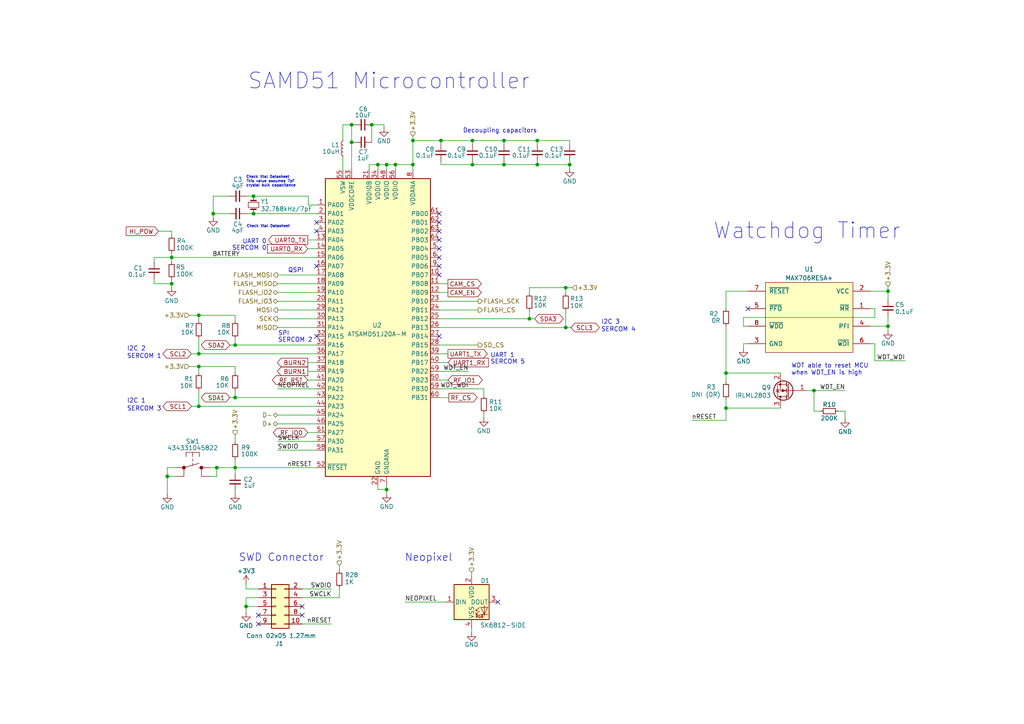
<source format=kicad_sch>
(kicad_sch (version 20230121) (generator eeschema)

  (uuid f9783e7d-ec99-466e-a4c0-ca26be305342)

  (paper "A4")

  (title_block
    (title "PyCubed Mini")
    (date "2024-02-20")
    (rev "C1/01")
    (company "RExLab Carnegie Mellon University")
    (comment 1 "Z.Manchester")
    (comment 2 "N.Khera")
    (comment 3 "M.Holliday")
  )

  (lib_symbols
    (symbol "Connector_Generic:Conn_02x05_Odd_Even" (pin_names (offset 1.016) hide) (in_bom yes) (on_board yes)
      (property "Reference" "J" (at 1.27 7.62 0)
        (effects (font (size 1.27 1.27)))
      )
      (property "Value" "Conn_02x05_Odd_Even" (at 1.27 -7.62 0)
        (effects (font (size 1.27 1.27)))
      )
      (property "Footprint" "" (at 0 0 0)
        (effects (font (size 1.27 1.27)) hide)
      )
      (property "Datasheet" "~" (at 0 0 0)
        (effects (font (size 1.27 1.27)) hide)
      )
      (property "ki_keywords" "connector" (at 0 0 0)
        (effects (font (size 1.27 1.27)) hide)
      )
      (property "ki_description" "Generic connector, double row, 02x05, odd/even pin numbering scheme (row 1 odd numbers, row 2 even numbers), script generated (kicad-library-utils/schlib/autogen/connector/)" (at 0 0 0)
        (effects (font (size 1.27 1.27)) hide)
      )
      (property "ki_fp_filters" "Connector*:*_2x??_*" (at 0 0 0)
        (effects (font (size 1.27 1.27)) hide)
      )
      (symbol "Conn_02x05_Odd_Even_1_1"
        (rectangle (start -1.27 -4.953) (end 0 -5.207)
          (stroke (width 0.1524) (type default))
          (fill (type none))
        )
        (rectangle (start -1.27 -2.413) (end 0 -2.667)
          (stroke (width 0.1524) (type default))
          (fill (type none))
        )
        (rectangle (start -1.27 0.127) (end 0 -0.127)
          (stroke (width 0.1524) (type default))
          (fill (type none))
        )
        (rectangle (start -1.27 2.667) (end 0 2.413)
          (stroke (width 0.1524) (type default))
          (fill (type none))
        )
        (rectangle (start -1.27 5.207) (end 0 4.953)
          (stroke (width 0.1524) (type default))
          (fill (type none))
        )
        (rectangle (start -1.27 6.35) (end 3.81 -6.35)
          (stroke (width 0.254) (type default))
          (fill (type background))
        )
        (rectangle (start 3.81 -4.953) (end 2.54 -5.207)
          (stroke (width 0.1524) (type default))
          (fill (type none))
        )
        (rectangle (start 3.81 -2.413) (end 2.54 -2.667)
          (stroke (width 0.1524) (type default))
          (fill (type none))
        )
        (rectangle (start 3.81 0.127) (end 2.54 -0.127)
          (stroke (width 0.1524) (type default))
          (fill (type none))
        )
        (rectangle (start 3.81 2.667) (end 2.54 2.413)
          (stroke (width 0.1524) (type default))
          (fill (type none))
        )
        (rectangle (start 3.81 5.207) (end 2.54 4.953)
          (stroke (width 0.1524) (type default))
          (fill (type none))
        )
        (pin passive line (at -5.08 5.08 0) (length 3.81)
          (name "Pin_1" (effects (font (size 1.27 1.27))))
          (number "1" (effects (font (size 1.27 1.27))))
        )
        (pin passive line (at 7.62 -5.08 180) (length 3.81)
          (name "Pin_10" (effects (font (size 1.27 1.27))))
          (number "10" (effects (font (size 1.27 1.27))))
        )
        (pin passive line (at 7.62 5.08 180) (length 3.81)
          (name "Pin_2" (effects (font (size 1.27 1.27))))
          (number "2" (effects (font (size 1.27 1.27))))
        )
        (pin passive line (at -5.08 2.54 0) (length 3.81)
          (name "Pin_3" (effects (font (size 1.27 1.27))))
          (number "3" (effects (font (size 1.27 1.27))))
        )
        (pin passive line (at 7.62 2.54 180) (length 3.81)
          (name "Pin_4" (effects (font (size 1.27 1.27))))
          (number "4" (effects (font (size 1.27 1.27))))
        )
        (pin passive line (at -5.08 0 0) (length 3.81)
          (name "Pin_5" (effects (font (size 1.27 1.27))))
          (number "5" (effects (font (size 1.27 1.27))))
        )
        (pin passive line (at 7.62 0 180) (length 3.81)
          (name "Pin_6" (effects (font (size 1.27 1.27))))
          (number "6" (effects (font (size 1.27 1.27))))
        )
        (pin passive line (at -5.08 -2.54 0) (length 3.81)
          (name "Pin_7" (effects (font (size 1.27 1.27))))
          (number "7" (effects (font (size 1.27 1.27))))
        )
        (pin passive line (at 7.62 -2.54 180) (length 3.81)
          (name "Pin_8" (effects (font (size 1.27 1.27))))
          (number "8" (effects (font (size 1.27 1.27))))
        )
        (pin passive line (at -5.08 -5.08 0) (length 3.81)
          (name "Pin_9" (effects (font (size 1.27 1.27))))
          (number "9" (effects (font (size 1.27 1.27))))
        )
      )
    )
    (symbol "Device:C_Small" (pin_numbers hide) (pin_names (offset 0.254) hide) (in_bom yes) (on_board yes)
      (property "Reference" "C" (at 0.254 1.778 0)
        (effects (font (size 1.27 1.27)) (justify left))
      )
      (property "Value" "C_Small" (at 0.254 -2.032 0)
        (effects (font (size 1.27 1.27)) (justify left))
      )
      (property "Footprint" "" (at 0 0 0)
        (effects (font (size 1.27 1.27)) hide)
      )
      (property "Datasheet" "~" (at 0 0 0)
        (effects (font (size 1.27 1.27)) hide)
      )
      (property "ki_keywords" "capacitor cap" (at 0 0 0)
        (effects (font (size 1.27 1.27)) hide)
      )
      (property "ki_description" "Unpolarized capacitor, small symbol" (at 0 0 0)
        (effects (font (size 1.27 1.27)) hide)
      )
      (property "ki_fp_filters" "C_*" (at 0 0 0)
        (effects (font (size 1.27 1.27)) hide)
      )
      (symbol "C_Small_0_1"
        (polyline
          (pts
            (xy -1.524 -0.508)
            (xy 1.524 -0.508)
          )
          (stroke (width 0.3302) (type default))
          (fill (type none))
        )
        (polyline
          (pts
            (xy -1.524 0.508)
            (xy 1.524 0.508)
          )
          (stroke (width 0.3048) (type default))
          (fill (type none))
        )
      )
      (symbol "C_Small_1_1"
        (pin passive line (at 0 2.54 270) (length 2.032)
          (name "~" (effects (font (size 1.27 1.27))))
          (number "1" (effects (font (size 1.27 1.27))))
        )
        (pin passive line (at 0 -2.54 90) (length 2.032)
          (name "~" (effects (font (size 1.27 1.27))))
          (number "2" (effects (font (size 1.27 1.27))))
        )
      )
    )
    (symbol "Device:Crystal_Small" (pin_numbers hide) (pin_names (offset 1.016) hide) (in_bom yes) (on_board yes)
      (property "Reference" "Y" (at 0 2.54 0)
        (effects (font (size 1.27 1.27)))
      )
      (property "Value" "Crystal_Small" (at 0 -2.54 0)
        (effects (font (size 1.27 1.27)))
      )
      (property "Footprint" "" (at 0 0 0)
        (effects (font (size 1.27 1.27)) hide)
      )
      (property "Datasheet" "~" (at 0 0 0)
        (effects (font (size 1.27 1.27)) hide)
      )
      (property "ki_keywords" "quartz ceramic resonator oscillator" (at 0 0 0)
        (effects (font (size 1.27 1.27)) hide)
      )
      (property "ki_description" "Two pin crystal, small symbol" (at 0 0 0)
        (effects (font (size 1.27 1.27)) hide)
      )
      (property "ki_fp_filters" "Crystal*" (at 0 0 0)
        (effects (font (size 1.27 1.27)) hide)
      )
      (symbol "Crystal_Small_0_1"
        (rectangle (start -0.762 -1.524) (end 0.762 1.524)
          (stroke (width 0) (type default))
          (fill (type none))
        )
        (polyline
          (pts
            (xy -1.27 -0.762)
            (xy -1.27 0.762)
          )
          (stroke (width 0.381) (type default))
          (fill (type none))
        )
        (polyline
          (pts
            (xy 1.27 -0.762)
            (xy 1.27 0.762)
          )
          (stroke (width 0.381) (type default))
          (fill (type none))
        )
      )
      (symbol "Crystal_Small_1_1"
        (pin passive line (at -2.54 0 0) (length 1.27)
          (name "1" (effects (font (size 1.27 1.27))))
          (number "1" (effects (font (size 1.27 1.27))))
        )
        (pin passive line (at 2.54 0 180) (length 1.27)
          (name "2" (effects (font (size 1.27 1.27))))
          (number "2" (effects (font (size 1.27 1.27))))
        )
      )
    )
    (symbol "Device:L_Small" (pin_numbers hide) (pin_names (offset 0.254) hide) (in_bom yes) (on_board yes)
      (property "Reference" "L" (at 0.762 1.016 0)
        (effects (font (size 1.27 1.27)) (justify left))
      )
      (property "Value" "L_Small" (at 0.762 -1.016 0)
        (effects (font (size 1.27 1.27)) (justify left))
      )
      (property "Footprint" "" (at 0 0 0)
        (effects (font (size 1.27 1.27)) hide)
      )
      (property "Datasheet" "~" (at 0 0 0)
        (effects (font (size 1.27 1.27)) hide)
      )
      (property "ki_keywords" "inductor choke coil reactor magnetic" (at 0 0 0)
        (effects (font (size 1.27 1.27)) hide)
      )
      (property "ki_description" "Inductor, small symbol" (at 0 0 0)
        (effects (font (size 1.27 1.27)) hide)
      )
      (property "ki_fp_filters" "Choke_* *Coil* Inductor_* L_*" (at 0 0 0)
        (effects (font (size 1.27 1.27)) hide)
      )
      (symbol "L_Small_0_1"
        (arc (start 0 -2.032) (mid 0.5058 -1.524) (end 0 -1.016)
          (stroke (width 0) (type default))
          (fill (type none))
        )
        (arc (start 0 -1.016) (mid 0.5058 -0.508) (end 0 0)
          (stroke (width 0) (type default))
          (fill (type none))
        )
        (arc (start 0 0) (mid 0.5058 0.508) (end 0 1.016)
          (stroke (width 0) (type default))
          (fill (type none))
        )
        (arc (start 0 1.016) (mid 0.5058 1.524) (end 0 2.032)
          (stroke (width 0) (type default))
          (fill (type none))
        )
      )
      (symbol "L_Small_1_1"
        (pin passive line (at 0 2.54 270) (length 0.508)
          (name "~" (effects (font (size 1.27 1.27))))
          (number "1" (effects (font (size 1.27 1.27))))
        )
        (pin passive line (at 0 -2.54 90) (length 0.508)
          (name "~" (effects (font (size 1.27 1.27))))
          (number "2" (effects (font (size 1.27 1.27))))
        )
      )
    )
    (symbol "Device:R_Small" (pin_numbers hide) (pin_names (offset 0.254) hide) (in_bom yes) (on_board yes)
      (property "Reference" "R" (at 0.762 0.508 0)
        (effects (font (size 1.27 1.27)) (justify left))
      )
      (property "Value" "R_Small" (at 0.762 -1.016 0)
        (effects (font (size 1.27 1.27)) (justify left))
      )
      (property "Footprint" "" (at 0 0 0)
        (effects (font (size 1.27 1.27)) hide)
      )
      (property "Datasheet" "~" (at 0 0 0)
        (effects (font (size 1.27 1.27)) hide)
      )
      (property "ki_keywords" "R resistor" (at 0 0 0)
        (effects (font (size 1.27 1.27)) hide)
      )
      (property "ki_description" "Resistor, small symbol" (at 0 0 0)
        (effects (font (size 1.27 1.27)) hide)
      )
      (property "ki_fp_filters" "R_*" (at 0 0 0)
        (effects (font (size 1.27 1.27)) hide)
      )
      (symbol "R_Small_0_1"
        (rectangle (start -0.762 1.778) (end 0.762 -1.778)
          (stroke (width 0.2032) (type default))
          (fill (type none))
        )
      )
      (symbol "R_Small_1_1"
        (pin passive line (at 0 2.54 270) (length 0.762)
          (name "~" (effects (font (size 1.27 1.27))))
          (number "1" (effects (font (size 1.27 1.27))))
        )
        (pin passive line (at 0 -2.54 90) (length 0.762)
          (name "~" (effects (font (size 1.27 1.27))))
          (number "2" (effects (font (size 1.27 1.27))))
        )
      )
    )
    (symbol "Transistor_FET:IRLML2060" (pin_names hide) (in_bom yes) (on_board yes)
      (property "Reference" "Q" (at 5.08 1.905 0)
        (effects (font (size 1.27 1.27)) (justify left))
      )
      (property "Value" "IRLML2060" (at 5.08 0 0)
        (effects (font (size 1.27 1.27)) (justify left))
      )
      (property "Footprint" "Package_TO_SOT_SMD:SOT-23" (at 5.08 -1.905 0)
        (effects (font (size 1.27 1.27) italic) (justify left) hide)
      )
      (property "Datasheet" "https://www.infineon.com/dgdl/irlml2060pbf.pdf?fileId=5546d462533600a401535664b7fb25ee" (at 0 0 0)
        (effects (font (size 1.27 1.27)) (justify left) hide)
      )
      (property "ki_keywords" "N-Channel HEXFET MOSFET" (at 0 0 0)
        (effects (font (size 1.27 1.27)) hide)
      )
      (property "ki_description" "1.2A Id, 60V Vds, 480mOhm Rds, N-Channel HEXFET Power MOSFET, SOT-23" (at 0 0 0)
        (effects (font (size 1.27 1.27)) hide)
      )
      (property "ki_fp_filters" "SOT?23*" (at 0 0 0)
        (effects (font (size 1.27 1.27)) hide)
      )
      (symbol "IRLML2060_0_1"
        (polyline
          (pts
            (xy 0.254 0)
            (xy -2.54 0)
          )
          (stroke (width 0) (type default))
          (fill (type none))
        )
        (polyline
          (pts
            (xy 0.254 1.905)
            (xy 0.254 -1.905)
          )
          (stroke (width 0.254) (type default))
          (fill (type none))
        )
        (polyline
          (pts
            (xy 0.762 -1.27)
            (xy 0.762 -2.286)
          )
          (stroke (width 0.254) (type default))
          (fill (type none))
        )
        (polyline
          (pts
            (xy 0.762 0.508)
            (xy 0.762 -0.508)
          )
          (stroke (width 0.254) (type default))
          (fill (type none))
        )
        (polyline
          (pts
            (xy 0.762 2.286)
            (xy 0.762 1.27)
          )
          (stroke (width 0.254) (type default))
          (fill (type none))
        )
        (polyline
          (pts
            (xy 2.54 2.54)
            (xy 2.54 1.778)
          )
          (stroke (width 0) (type default))
          (fill (type none))
        )
        (polyline
          (pts
            (xy 2.54 -2.54)
            (xy 2.54 0)
            (xy 0.762 0)
          )
          (stroke (width 0) (type default))
          (fill (type none))
        )
        (polyline
          (pts
            (xy 0.762 -1.778)
            (xy 3.302 -1.778)
            (xy 3.302 1.778)
            (xy 0.762 1.778)
          )
          (stroke (width 0) (type default))
          (fill (type none))
        )
        (polyline
          (pts
            (xy 1.016 0)
            (xy 2.032 0.381)
            (xy 2.032 -0.381)
            (xy 1.016 0)
          )
          (stroke (width 0) (type default))
          (fill (type outline))
        )
        (polyline
          (pts
            (xy 2.794 0.508)
            (xy 2.921 0.381)
            (xy 3.683 0.381)
            (xy 3.81 0.254)
          )
          (stroke (width 0) (type default))
          (fill (type none))
        )
        (polyline
          (pts
            (xy 3.302 0.381)
            (xy 2.921 -0.254)
            (xy 3.683 -0.254)
            (xy 3.302 0.381)
          )
          (stroke (width 0) (type default))
          (fill (type none))
        )
        (circle (center 1.651 0) (radius 2.794)
          (stroke (width 0.254) (type default))
          (fill (type none))
        )
        (circle (center 2.54 -1.778) (radius 0.254)
          (stroke (width 0) (type default))
          (fill (type outline))
        )
        (circle (center 2.54 1.778) (radius 0.254)
          (stroke (width 0) (type default))
          (fill (type outline))
        )
      )
      (symbol "IRLML2060_1_1"
        (pin input line (at -5.08 0 0) (length 2.54)
          (name "G" (effects (font (size 1.27 1.27))))
          (number "1" (effects (font (size 1.27 1.27))))
        )
        (pin passive line (at 2.54 -5.08 90) (length 2.54)
          (name "S" (effects (font (size 1.27 1.27))))
          (number "2" (effects (font (size 1.27 1.27))))
        )
        (pin passive line (at 2.54 5.08 270) (length 2.54)
          (name "D" (effects (font (size 1.27 1.27))))
          (number "3" (effects (font (size 1.27 1.27))))
        )
      )
    )
    (symbol "mainboard:ATSAMD51J19A-M" (in_bom yes) (on_board yes)
      (property "Reference" "U" (at -1.27 2.54 0)
        (effects (font (size 1.27 1.27)) (justify left top))
      )
      (property "Value" "ATSAMD51J19A-M" (at -8.89 0 0)
        (effects (font (size 1.27 1.27)) (justify left top))
      )
      (property "Footprint" "Package_DFN_QFN:QFN-64-1EP_9x9mm_P0.5mm_EP4.7x4.7mm" (at 36.83 -45.72 0)
        (effects (font (size 1.27 1.27) italic) hide)
      )
      (property "Datasheet" "" (at 0 0 0)
        (effects (font (size 1.27 1.27)) hide)
      )
      (property "ki_fp_filters" "QFN*1EP*9x9mm*P0.5mm*" (at 0 0 0)
        (effects (font (size 1.27 1.27)) hide)
      )
      (symbol "ATSAMD51J19A-M_0_1"
        (rectangle (start -15.24 43.18) (end 15.24 -43.18)
          (stroke (width 0.254) (type default))
          (fill (type background))
        )
      )
      (symbol "ATSAMD51J19A-M_1_0"
        (pin bidirectional line (at 17.78 25.4 180) (length 2.54)
          (name "PB03" (effects (font (size 1.27 1.27))))
          (number "64" (effects (font (size 1.27 1.27))))
        )
      )
      (symbol "ATSAMD51J19A-M_1_1"
        (pin bidirectional line (at -17.78 35.56 0) (length 2.54)
          (name "PA00" (effects (font (size 1.27 1.27))))
          (number "1" (effects (font (size 1.27 1.27))))
        )
        (pin bidirectional line (at 17.78 15.24 180) (length 2.54)
          (name "PB07" (effects (font (size 1.27 1.27))))
          (number "10" (effects (font (size 1.27 1.27))))
        )
        (pin bidirectional line (at 17.78 12.7 180) (length 2.54)
          (name "PB08" (effects (font (size 1.27 1.27))))
          (number "11" (effects (font (size 1.27 1.27))))
        )
        (pin bidirectional line (at 17.78 10.16 180) (length 2.54)
          (name "PB09" (effects (font (size 1.27 1.27))))
          (number "12" (effects (font (size 1.27 1.27))))
        )
        (pin bidirectional line (at -17.78 25.4 0) (length 2.54)
          (name "PA04" (effects (font (size 1.27 1.27))))
          (number "13" (effects (font (size 1.27 1.27))))
        )
        (pin bidirectional line (at -17.78 22.86 0) (length 2.54)
          (name "PA05" (effects (font (size 1.27 1.27))))
          (number "14" (effects (font (size 1.27 1.27))))
        )
        (pin bidirectional line (at -17.78 20.32 0) (length 2.54)
          (name "PA06" (effects (font (size 1.27 1.27))))
          (number "15" (effects (font (size 1.27 1.27))))
        )
        (pin bidirectional line (at -17.78 17.78 0) (length 2.54)
          (name "PA07" (effects (font (size 1.27 1.27))))
          (number "16" (effects (font (size 1.27 1.27))))
        )
        (pin bidirectional line (at -17.78 15.24 0) (length 2.54)
          (name "PA08" (effects (font (size 1.27 1.27))))
          (number "17" (effects (font (size 1.27 1.27))))
        )
        (pin bidirectional line (at -17.78 12.7 0) (length 2.54)
          (name "PA09" (effects (font (size 1.27 1.27))))
          (number "18" (effects (font (size 1.27 1.27))))
        )
        (pin bidirectional line (at -17.78 10.16 0) (length 2.54)
          (name "PA10" (effects (font (size 1.27 1.27))))
          (number "19" (effects (font (size 1.27 1.27))))
        )
        (pin bidirectional line (at -17.78 33.02 0) (length 2.54)
          (name "PA01" (effects (font (size 1.27 1.27))))
          (number "2" (effects (font (size 1.27 1.27))))
        )
        (pin bidirectional line (at -17.78 7.62 0) (length 2.54)
          (name "PA11" (effects (font (size 1.27 1.27))))
          (number "20" (effects (font (size 1.27 1.27))))
        )
        (pin power_in line (at -2.54 45.72 270) (length 2.54)
          (name "VDDIOB" (effects (font (size 1.27 1.27))))
          (number "21" (effects (font (size 1.27 1.27))))
        )
        (pin power_in line (at 0 -45.72 90) (length 2.54)
          (name "GND" (effects (font (size 1.27 1.27))))
          (number "22" (effects (font (size 1.27 1.27))))
        )
        (pin bidirectional line (at 17.78 7.62 180) (length 2.54)
          (name "PB10" (effects (font (size 1.27 1.27))))
          (number "23" (effects (font (size 1.27 1.27))))
        )
        (pin bidirectional line (at 17.78 5.08 180) (length 2.54)
          (name "PB11" (effects (font (size 1.27 1.27))))
          (number "24" (effects (font (size 1.27 1.27))))
        )
        (pin bidirectional line (at 17.78 2.54 180) (length 2.54)
          (name "PB12" (effects (font (size 1.27 1.27))))
          (number "25" (effects (font (size 1.27 1.27))))
        )
        (pin bidirectional line (at 17.78 0 180) (length 2.54)
          (name "PB13" (effects (font (size 1.27 1.27))))
          (number "26" (effects (font (size 1.27 1.27))))
        )
        (pin bidirectional line (at 17.78 -2.54 180) (length 2.54)
          (name "PB14" (effects (font (size 1.27 1.27))))
          (number "27" (effects (font (size 1.27 1.27))))
        )
        (pin bidirectional line (at 17.78 -5.08 180) (length 2.54)
          (name "PB15" (effects (font (size 1.27 1.27))))
          (number "28" (effects (font (size 1.27 1.27))))
        )
        (pin bidirectional line (at -17.78 5.08 0) (length 2.54)
          (name "PA12" (effects (font (size 1.27 1.27))))
          (number "29" (effects (font (size 1.27 1.27))))
        )
        (pin bidirectional line (at -17.78 30.48 0) (length 2.54)
          (name "PA02" (effects (font (size 1.27 1.27))))
          (number "3" (effects (font (size 1.27 1.27))))
        )
        (pin bidirectional line (at -17.78 2.54 0) (length 2.54)
          (name "PA13" (effects (font (size 1.27 1.27))))
          (number "30" (effects (font (size 1.27 1.27))))
        )
        (pin bidirectional line (at -17.78 0 0) (length 2.54)
          (name "PA14" (effects (font (size 1.27 1.27))))
          (number "31" (effects (font (size 1.27 1.27))))
        )
        (pin bidirectional line (at -17.78 -2.54 0) (length 2.54)
          (name "PA15" (effects (font (size 1.27 1.27))))
          (number "32" (effects (font (size 1.27 1.27))))
        )
        (pin passive line (at 0 -45.72 90) (length 2.54) hide
          (name "GND" (effects (font (size 1.27 1.27))))
          (number "33" (effects (font (size 1.27 1.27))))
        )
        (pin power_in line (at 0 45.72 270) (length 2.54)
          (name "VDDIO" (effects (font (size 1.27 1.27))))
          (number "34" (effects (font (size 1.27 1.27))))
        )
        (pin bidirectional line (at -17.78 -5.08 0) (length 2.54)
          (name "PA16" (effects (font (size 1.27 1.27))))
          (number "35" (effects (font (size 1.27 1.27))))
        )
        (pin bidirectional line (at -17.78 -7.62 0) (length 2.54)
          (name "PA17" (effects (font (size 1.27 1.27))))
          (number "36" (effects (font (size 1.27 1.27))))
        )
        (pin bidirectional line (at -17.78 -10.16 0) (length 2.54)
          (name "PA18" (effects (font (size 1.27 1.27))))
          (number "37" (effects (font (size 1.27 1.27))))
        )
        (pin bidirectional line (at -17.78 -12.7 0) (length 2.54)
          (name "PA19" (effects (font (size 1.27 1.27))))
          (number "38" (effects (font (size 1.27 1.27))))
        )
        (pin bidirectional line (at 17.78 -7.62 180) (length 2.54)
          (name "PB16" (effects (font (size 1.27 1.27))))
          (number "39" (effects (font (size 1.27 1.27))))
        )
        (pin bidirectional line (at -17.78 27.94 0) (length 2.54)
          (name "PA03" (effects (font (size 1.27 1.27))))
          (number "4" (effects (font (size 1.27 1.27))))
        )
        (pin bidirectional line (at 17.78 -10.16 180) (length 2.54)
          (name "PB17" (effects (font (size 1.27 1.27))))
          (number "40" (effects (font (size 1.27 1.27))))
        )
        (pin bidirectional line (at -17.78 -15.24 0) (length 2.54)
          (name "PA20" (effects (font (size 1.27 1.27))))
          (number "41" (effects (font (size 1.27 1.27))))
        )
        (pin bidirectional line (at -17.78 -17.78 0) (length 2.54)
          (name "PA21" (effects (font (size 1.27 1.27))))
          (number "42" (effects (font (size 1.27 1.27))))
        )
        (pin bidirectional line (at -17.78 -20.32 0) (length 2.54)
          (name "PA22" (effects (font (size 1.27 1.27))))
          (number "43" (effects (font (size 1.27 1.27))))
        )
        (pin bidirectional line (at -17.78 -22.86 0) (length 2.54)
          (name "PA23" (effects (font (size 1.27 1.27))))
          (number "44" (effects (font (size 1.27 1.27))))
        )
        (pin bidirectional line (at -17.78 -25.4 0) (length 2.54)
          (name "PA24" (effects (font (size 1.27 1.27))))
          (number "45" (effects (font (size 1.27 1.27))))
        )
        (pin bidirectional line (at -17.78 -27.94 0) (length 2.54)
          (name "PA25" (effects (font (size 1.27 1.27))))
          (number "46" (effects (font (size 1.27 1.27))))
        )
        (pin passive line (at 0 -45.72 90) (length 2.54) hide
          (name "GND" (effects (font (size 1.27 1.27))))
          (number "47" (effects (font (size 1.27 1.27))))
        )
        (pin power_in line (at 2.54 45.72 270) (length 2.54)
          (name "VDDIO" (effects (font (size 1.27 1.27))))
          (number "48" (effects (font (size 1.27 1.27))))
        )
        (pin bidirectional line (at 17.78 -12.7 180) (length 2.54)
          (name "PB22" (effects (font (size 1.27 1.27))))
          (number "49" (effects (font (size 1.27 1.27))))
        )
        (pin bidirectional line (at 17.78 22.86 180) (length 2.54)
          (name "PB04" (effects (font (size 1.27 1.27))))
          (number "5" (effects (font (size 1.27 1.27))))
        )
        (pin bidirectional line (at 17.78 -15.24 180) (length 2.54)
          (name "PB23" (effects (font (size 1.27 1.27))))
          (number "50" (effects (font (size 1.27 1.27))))
        )
        (pin bidirectional line (at -17.78 -30.48 0) (length 2.54)
          (name "PA27" (effects (font (size 1.27 1.27))))
          (number "51" (effects (font (size 1.27 1.27))))
        )
        (pin input line (at -17.78 -40.64 0) (length 2.54)
          (name "~{RESET}" (effects (font (size 1.27 1.27))))
          (number "52" (effects (font (size 1.27 1.27))))
        )
        (pin power_out line (at -7.62 45.72 270) (length 2.54)
          (name "VDDCORE" (effects (font (size 1.27 1.27))))
          (number "53" (effects (font (size 1.27 1.27))))
        )
        (pin passive line (at 0 -45.72 90) (length 2.54) hide
          (name "GND" (effects (font (size 1.27 1.27))))
          (number "54" (effects (font (size 1.27 1.27))))
        )
        (pin power_in line (at -10.16 45.72 270) (length 2.54)
          (name "VSW" (effects (font (size 1.27 1.27))))
          (number "55" (effects (font (size 1.27 1.27))))
        )
        (pin power_in line (at 5.08 45.72 270) (length 2.54)
          (name "VDDIO" (effects (font (size 1.27 1.27))))
          (number "56" (effects (font (size 1.27 1.27))))
        )
        (pin bidirectional line (at -17.78 -33.02 0) (length 2.54)
          (name "PA30" (effects (font (size 1.27 1.27))))
          (number "57" (effects (font (size 1.27 1.27))))
        )
        (pin bidirectional line (at -17.78 -35.56 0) (length 2.54)
          (name "PA31" (effects (font (size 1.27 1.27))))
          (number "58" (effects (font (size 1.27 1.27))))
        )
        (pin bidirectional line (at 17.78 -17.78 180) (length 2.54)
          (name "PB30" (effects (font (size 1.27 1.27))))
          (number "59" (effects (font (size 1.27 1.27))))
        )
        (pin bidirectional line (at 17.78 20.32 180) (length 2.54)
          (name "PB05" (effects (font (size 1.27 1.27))))
          (number "6" (effects (font (size 1.27 1.27))))
        )
        (pin bidirectional line (at 17.78 -20.32 180) (length 2.54)
          (name "PB31" (effects (font (size 1.27 1.27))))
          (number "60" (effects (font (size 1.27 1.27))))
        )
        (pin bidirectional line (at 17.78 33.02 180) (length 2.54)
          (name "PB00" (effects (font (size 1.27 1.27))))
          (number "61" (effects (font (size 1.27 1.27))))
        )
        (pin bidirectional line (at 17.78 30.48 180) (length 2.54)
          (name "PB01" (effects (font (size 1.27 1.27))))
          (number "62" (effects (font (size 1.27 1.27))))
        )
        (pin bidirectional line (at 17.78 27.94 180) (length 2.54)
          (name "PB02" (effects (font (size 1.27 1.27))))
          (number "63" (effects (font (size 1.27 1.27))))
        )
        (pin passive line (at 0 -45.72 90) (length 2.54) hide
          (name "GND" (effects (font (size 1.27 1.27))))
          (number "65" (effects (font (size 1.27 1.27))))
        )
        (pin power_in line (at 2.54 -45.72 90) (length 2.54)
          (name "GNDANA" (effects (font (size 1.27 1.27))))
          (number "7" (effects (font (size 1.27 1.27))))
        )
        (pin power_in line (at 10.16 45.72 270) (length 2.54)
          (name "VDDANA" (effects (font (size 1.27 1.27))))
          (number "8" (effects (font (size 1.27 1.27))))
        )
        (pin bidirectional line (at 17.78 17.78 180) (length 2.54)
          (name "PB06" (effects (font (size 1.27 1.27))))
          (number "9" (effects (font (size 1.27 1.27))))
        )
      )
    )
    (symbol "mainboard:BTN_434331045822" (pin_names (offset 1.016)) (in_bom yes) (on_board yes)
      (property "Reference" "SW" (at -2.54 7.62 0)
        (effects (font (size 1.0668 1.0668)) (justify left bottom))
      )
      (property "Value" "BTN_434331045822" (at 0 6.35 0)
        (effects (font (size 1.0668 1.0668)))
      )
      (property "Footprint" "mainboard:SMT_1045822_WRE" (at 0 -6.35 0)
        (effects (font (size 1.27 1.27)) hide)
      )
      (property "Datasheet" "" (at 0 0 0)
        (effects (font (size 1.27 1.27)) hide)
      )
      (symbol "BTN_434331045822_1_0"
        (circle (center -2.54 0) (radius 0.127)
          (stroke (width 0.4064) (type default))
          (fill (type none))
        )
        (polyline
          (pts
            (xy -2.54 -2.54)
            (xy -2.54 0)
          )
          (stroke (width 0) (type default))
          (fill (type none))
        )
        (polyline
          (pts
            (xy -2.54 0)
            (xy 1.905 1.27)
          )
          (stroke (width 0) (type default))
          (fill (type none))
        )
        (polyline
          (pts
            (xy -1.905 4.445)
            (xy -1.905 3.175)
          )
          (stroke (width 0) (type default))
          (fill (type none))
        )
        (polyline
          (pts
            (xy 0 1.27)
            (xy 0 0.635)
          )
          (stroke (width 0) (type default))
          (fill (type none))
        )
        (polyline
          (pts
            (xy 0 2.54)
            (xy 0 1.905)
          )
          (stroke (width 0) (type default))
          (fill (type none))
        )
        (polyline
          (pts
            (xy 0 4.445)
            (xy -1.905 4.445)
          )
          (stroke (width 0) (type default))
          (fill (type none))
        )
        (polyline
          (pts
            (xy 0 4.445)
            (xy 0 3.175)
          )
          (stroke (width 0) (type default))
          (fill (type none))
        )
        (polyline
          (pts
            (xy 1.905 0)
            (xy 2.54 0)
          )
          (stroke (width 0) (type default))
          (fill (type none))
        )
        (polyline
          (pts
            (xy 1.905 4.445)
            (xy 0 4.445)
          )
          (stroke (width 0) (type default))
          (fill (type none))
        )
        (polyline
          (pts
            (xy 1.905 4.445)
            (xy 1.905 3.175)
          )
          (stroke (width 0) (type default))
          (fill (type none))
        )
        (polyline
          (pts
            (xy 2.54 -2.54)
            (xy 2.54 0)
          )
          (stroke (width 0) (type default))
          (fill (type none))
        )
        (circle (center 2.54 0) (radius 0.127)
          (stroke (width 0.4064) (type default))
          (fill (type none))
        )
        (pin passive line (at -5.08 0 0) (length 2.54)
          (name "P" (effects (font (size 0 0))))
          (number "1" (effects (font (size 0 0))))
        )
        (pin passive line (at 5.08 0 180) (length 2.54)
          (name "S" (effects (font (size 0 0))))
          (number "2" (effects (font (size 0 0))))
        )
        (pin passive line (at -5.08 -2.54 0) (length 2.54)
          (name "P1" (effects (font (size 0 0))))
          (number "3" (effects (font (size 0 0))))
        )
        (pin passive line (at 5.08 -2.54 180) (length 2.54)
          (name "S1" (effects (font (size 0 0))))
          (number "4" (effects (font (size 0 0))))
        )
      )
    )
    (symbol "mainboard:MAX708RESA+" (pin_names (offset 1.016)) (in_bom yes) (on_board yes)
      (property "Reference" "U" (at -12.7 11.43 0)
        (effects (font (size 1.7526 1.7526)) (justify left))
      )
      (property "Value" "MAX708RESA+" (at -12.7 -12.7 0)
        (effects (font (size 1.7526 1.7526)) (justify left))
      )
      (property "Footprint" "Package_SO:SOIC-8_3.9x4.9mm_P1.27mm" (at 0 -15.24 0)
        (effects (font (size 1.27 1.27)) hide)
      )
      (property "Datasheet" "" (at -20.32 5.08 0)
        (effects (font (size 1.27 1.27)) hide)
      )
      (symbol "MAX708RESA+_1_0"
        (rectangle (start -12.7 10.16) (end 12.7 -10.16)
          (stroke (width 0) (type default))
          (fill (type background))
        )
        (pin input line (at -17.78 2.54 0) (length 5.08)
          (name "~{MR}" (effects (font (size 1.27 1.27))))
          (number "1" (effects (font (size 1.27 1.27))))
        )
        (pin power_in line (at -17.78 7.62 0) (length 5.08)
          (name "VCC" (effects (font (size 1.27 1.27))))
          (number "2" (effects (font (size 1.27 1.27))))
        )
        (pin power_in line (at 17.78 -7.62 180) (length 5.08)
          (name "GND" (effects (font (size 1.27 1.27))))
          (number "3" (effects (font (size 1.27 1.27))))
        )
        (pin input line (at -17.78 -2.54 0) (length 5.08)
          (name "PFI" (effects (font (size 1.27 1.27))))
          (number "4" (effects (font (size 1.27 1.27))))
        )
        (pin output line (at 17.78 2.54 180) (length 5.08)
          (name "~{PFO}" (effects (font (size 1.27 1.27))))
          (number "5" (effects (font (size 1.27 1.27))))
        )
        (pin input line (at -17.78 -7.62 0) (length 5.08)
          (name "~{WDI}" (effects (font (size 1.27 1.27))))
          (number "6" (effects (font (size 1.27 1.27))))
        )
        (pin output line (at 17.78 7.62 180) (length 5.08)
          (name "~{RESET}" (effects (font (size 1.27 1.27))))
          (number "7" (effects (font (size 1.27 1.27))))
        )
        (pin output line (at 17.78 -2.54 180) (length 5.08)
          (name "~{WDO}" (effects (font (size 1.27 1.27))))
          (number "8" (effects (font (size 1.27 1.27))))
        )
      )
    )
    (symbol "mainboard:SK6812-SIDE" (pin_names (offset 0.254)) (in_bom yes) (on_board yes)
      (property "Reference" "D1" (at -10.033 0.762 0)
        (effects (font (size 1.27 1.27)))
      )
      (property "Value" "SK6812-SIDE" (at -15.24 -1.27 0)
        (effects (font (size 1.27 1.27)))
      )
      (property "Footprint" "mainboard:SK6812-SIDE" (at -1.27 -7.62 0)
        (effects (font (size 1.27 1.27)) (justify left top) hide)
      )
      (property "Datasheet" "" (at -2.54 -9.525 0)
        (effects (font (size 1.27 1.27)) (justify left top) hide)
      )
      (property "ki_keywords" "RGB LED NeoPixel Mini addressable" (at 0 0 0)
        (effects (font (size 1.27 1.27)) hide)
      )
      (property "ki_description" "RGB LED with integrated controller" (at 0 0 0)
        (effects (font (size 1.27 1.27)) hide)
      )
      (property "ki_fp_filters" "LED*SK6812MINI*PLCC*3.5x3.5mm*P1.75mm*" (at 0 0 0)
        (effects (font (size 1.27 1.27)) hide)
      )
      (symbol "SK6812-SIDE_0_0"
        (text "RGB" (at 2.286 -4.191 0)
          (effects (font (size 0.762 0.762)))
        )
      )
      (symbol "SK6812-SIDE_0_1"
        (polyline
          (pts
            (xy 1.27 -3.556)
            (xy 1.778 -3.556)
          )
          (stroke (width 0) (type default))
          (fill (type none))
        )
        (polyline
          (pts
            (xy 1.27 -2.54)
            (xy 1.778 -2.54)
          )
          (stroke (width 0) (type default))
          (fill (type none))
        )
        (polyline
          (pts
            (xy 4.699 -3.556)
            (xy 2.667 -3.556)
          )
          (stroke (width 0) (type default))
          (fill (type none))
        )
        (polyline
          (pts
            (xy 2.286 -2.54)
            (xy 1.27 -3.556)
            (xy 1.27 -3.048)
          )
          (stroke (width 0) (type default))
          (fill (type none))
        )
        (polyline
          (pts
            (xy 2.286 -1.524)
            (xy 1.27 -2.54)
            (xy 1.27 -2.032)
          )
          (stroke (width 0) (type default))
          (fill (type none))
        )
        (polyline
          (pts
            (xy 3.683 -1.016)
            (xy 3.683 -3.556)
            (xy 3.683 -4.064)
          )
          (stroke (width 0) (type default))
          (fill (type none))
        )
        (polyline
          (pts
            (xy 4.699 -1.524)
            (xy 2.667 -1.524)
            (xy 3.683 -3.556)
            (xy 4.699 -1.524)
          )
          (stroke (width 0) (type default))
          (fill (type none))
        )
        (rectangle (start 5.08 5.08) (end -5.08 -5.08)
          (stroke (width 0.254) (type default))
          (fill (type background))
        )
      )
      (symbol "SK6812-SIDE_1_1"
        (pin input line (at -7.62 0 0) (length 2.54)
          (name "DIN" (effects (font (size 1.27 1.27))))
          (number "1" (effects (font (size 1.27 1.27))))
        )
        (pin power_in line (at 0 7.62 270) (length 2.54)
          (name "VDD" (effects (font (size 1.27 1.27))))
          (number "2" (effects (font (size 1.27 1.27))))
        )
        (pin output line (at 7.62 0 180) (length 2.54)
          (name "DOUT" (effects (font (size 1.27 1.27))))
          (number "3" (effects (font (size 1.27 1.27))))
        )
        (pin power_in line (at 0 -7.62 90) (length 2.54)
          (name "VSS" (effects (font (size 1.27 1.27))))
          (number "4" (effects (font (size 1.27 1.27))))
        )
      )
    )
    (symbol "power:+3V3" (power) (pin_names (offset 0)) (in_bom yes) (on_board yes)
      (property "Reference" "#PWR" (at 0 -3.81 0)
        (effects (font (size 1.27 1.27)) hide)
      )
      (property "Value" "+3V3" (at 0 3.556 0)
        (effects (font (size 1.27 1.27)))
      )
      (property "Footprint" "" (at 0 0 0)
        (effects (font (size 1.27 1.27)) hide)
      )
      (property "Datasheet" "" (at 0 0 0)
        (effects (font (size 1.27 1.27)) hide)
      )
      (property "ki_keywords" "global power" (at 0 0 0)
        (effects (font (size 1.27 1.27)) hide)
      )
      (property "ki_description" "Power symbol creates a global label with name \"+3V3\"" (at 0 0 0)
        (effects (font (size 1.27 1.27)) hide)
      )
      (symbol "+3V3_0_1"
        (polyline
          (pts
            (xy -0.762 1.27)
            (xy 0 2.54)
          )
          (stroke (width 0) (type default))
          (fill (type none))
        )
        (polyline
          (pts
            (xy 0 0)
            (xy 0 2.54)
          )
          (stroke (width 0) (type default))
          (fill (type none))
        )
        (polyline
          (pts
            (xy 0 2.54)
            (xy 0.762 1.27)
          )
          (stroke (width 0) (type default))
          (fill (type none))
        )
      )
      (symbol "+3V3_1_1"
        (pin power_in line (at 0 0 90) (length 0) hide
          (name "+3V3" (effects (font (size 1.27 1.27))))
          (number "1" (effects (font (size 1.27 1.27))))
        )
      )
    )
    (symbol "power:GND" (power) (pin_names (offset 0)) (in_bom yes) (on_board yes)
      (property "Reference" "#PWR" (at 0 -6.35 0)
        (effects (font (size 1.27 1.27)) hide)
      )
      (property "Value" "GND" (at 0 -3.81 0)
        (effects (font (size 1.27 1.27)))
      )
      (property "Footprint" "" (at 0 0 0)
        (effects (font (size 1.27 1.27)) hide)
      )
      (property "Datasheet" "" (at 0 0 0)
        (effects (font (size 1.27 1.27)) hide)
      )
      (property "ki_keywords" "global power" (at 0 0 0)
        (effects (font (size 1.27 1.27)) hide)
      )
      (property "ki_description" "Power symbol creates a global label with name \"GND\" , ground" (at 0 0 0)
        (effects (font (size 1.27 1.27)) hide)
      )
      (symbol "GND_0_1"
        (polyline
          (pts
            (xy 0 0)
            (xy 0 -1.27)
            (xy 1.27 -1.27)
            (xy 0 -2.54)
            (xy -1.27 -1.27)
            (xy 0 -1.27)
          )
          (stroke (width 0) (type default))
          (fill (type none))
        )
      )
      (symbol "GND_1_1"
        (pin power_in line (at 0 0 270) (length 0) hide
          (name "GND" (effects (font (size 1.27 1.27))))
          (number "1" (effects (font (size 1.27 1.27))))
        )
      )
    )
  )

  (junction (at 153.543 92.456) (diameter 0) (color 0 0 0 0)
    (uuid 08a6a8ae-578c-410f-a186-43c3802e8fe2)
  )
  (junction (at 137.033 40.767) (diameter 0) (color 0 0 0 0)
    (uuid 0a792cc9-029a-49e5-aea0-49a06146c4f1)
  )
  (junction (at 49.784 82.296) (diameter 0) (color 0 0 0 0)
    (uuid 0cec29ff-b218-47ba-bb05-fe1631d7c91b)
  )
  (junction (at 210.566 118.364) (diameter 0) (color 0 0 0 0)
    (uuid 1235bdfd-dcae-49b3-9a88-d77876ac6267)
  )
  (junction (at 155.829 47.752) (diameter 0) (color 0 0 0 0)
    (uuid 16a11e5f-a8f1-41a4-8711-42930c977240)
  )
  (junction (at 112.141 47.752) (diameter 0) (color 0 0 0 0)
    (uuid 1e60c019-bdd9-478a-b920-d19ebc765131)
  )
  (junction (at 57.658 102.616) (diameter 0) (color 0 0 0 0)
    (uuid 202c4983-5fed-4a83-8966-28cb15e91860)
  )
  (junction (at 112.141 141.986) (diameter 0) (color 0 0 0 0)
    (uuid 25d29075-3bcb-4d8b-8fdb-ff3d26857eb1)
  )
  (junction (at 236.093 113.284) (diameter 0) (color 0 0 0 0)
    (uuid 36e97c31-2494-4e9b-a7f0-c0405bf97039)
  )
  (junction (at 114.681 47.752) (diameter 0) (color 0 0 0 0)
    (uuid 379aa9b4-34ce-4a5e-ab75-966f7b6d3d20)
  )
  (junction (at 62.865 135.636) (diameter 0) (color 0 0 0 0)
    (uuid 3cee0bb7-2e97-437a-9cdd-e6545114a697)
  )
  (junction (at 257.556 84.455) (diameter 0) (color 0 0 0 0)
    (uuid 3d5cae26-faea-41d1-9047-e6d6a8834f81)
  )
  (junction (at 109.601 47.752) (diameter 0) (color 0 0 0 0)
    (uuid 43575905-acfb-4d1b-a968-35497873b1d5)
  )
  (junction (at 155.829 40.767) (diameter 0) (color 0 0 0 0)
    (uuid 46b533f9-222d-432b-ba51-ebc6154c396b)
  )
  (junction (at 119.761 47.752) (diameter 0) (color 0 0 0 0)
    (uuid 4773edfb-c2ee-45d8-84f4-cdaac4881abd)
  )
  (junction (at 61.849 61.976) (diameter 0) (color 0 0 0 0)
    (uuid 4c10a60c-592f-4254-a568-6bdb3a516019)
  )
  (junction (at 101.981 41.275) (diameter 0) (color 0 0 0 0)
    (uuid 4d70ef12-2d9b-462b-9c16-1a4345f3e749)
  )
  (junction (at 119.761 40.767) (diameter 0) (color 0 0 0 0)
    (uuid 4f3e6223-45c8-4949-889c-0b578f40f1ff)
  )
  (junction (at 71.374 175.895) (diameter 0) (color 0 0 0 0)
    (uuid 52ecafc6-67fc-4628-b450-bad346549bbc)
  )
  (junction (at 57.658 117.856) (diameter 0) (color 0 0 0 0)
    (uuid 5b1af195-8b9e-43f3-b16f-16607dcbf085)
  )
  (junction (at 107.823 36.195) (diameter 0) (color 0 0 0 0)
    (uuid 64306989-9e83-4f69-a657-34335d7b7d40)
  )
  (junction (at 165.227 47.752) (diameter 0) (color 0 0 0 0)
    (uuid 65207446-3392-44b3-b6fa-df1d6a55a206)
  )
  (junction (at 137.033 47.752) (diameter 0) (color 0 0 0 0)
    (uuid 71d60164-7c92-478f-bdfa-52989a41e321)
  )
  (junction (at 57.658 106.299) (diameter 0) (color 0 0 0 0)
    (uuid 7aed5a03-bbb7-48f3-abea-34889310aa73)
  )
  (junction (at 146.177 40.767) (diameter 0) (color 0 0 0 0)
    (uuid 8f04ef7c-dde9-4b3c-af41-097ccfb0c5d0)
  )
  (junction (at 48.514 138.176) (diameter 0) (color 0 0 0 0)
    (uuid 90962570-511f-41f9-aa1f-db989325a94f)
  )
  (junction (at 164.084 83.439) (diameter 0) (color 0 0 0 0)
    (uuid 90debc9c-bf27-4e4d-adfd-7dd869ee2ba9)
  )
  (junction (at 210.566 108.204) (diameter 0) (color 0 0 0 0)
    (uuid 92cd2e21-9abf-43e4-806a-038d98439dd4)
  )
  (junction (at 257.556 94.615) (diameter 0) (color 0 0 0 0)
    (uuid 9c7f73a2-42e5-4cc0-ae1b-1799df7f6bc3)
  )
  (junction (at 57.658 91.44) (diameter 0) (color 0 0 0 0)
    (uuid bad4aa44-a3ce-4d58-94cb-b51fc8e6a48e)
  )
  (junction (at 127.889 40.767) (diameter 0) (color 0 0 0 0)
    (uuid bf21fa7a-f5e0-4385-90fb-ee9c34b72653)
  )
  (junction (at 101.981 36.195) (diameter 0) (color 0 0 0 0)
    (uuid ca82dc40-18e1-4e56-ad7f-7c0f5bfc7ed6)
  )
  (junction (at 73.533 61.976) (diameter 0) (color 0 0 0 0)
    (uuid cb1be34a-f4b9-4190-b056-bac9703b909e)
  )
  (junction (at 49.784 74.676) (diameter 0) (color 0 0 0 0)
    (uuid ccba7eeb-c380-4d29-bb88-fd65d0465158)
  )
  (junction (at 68.199 100.076) (diameter 0) (color 0 0 0 0)
    (uuid d332ca55-e246-4076-8fcd-29fa3cc85adc)
  )
  (junction (at 146.177 47.752) (diameter 0) (color 0 0 0 0)
    (uuid d5122c8e-0358-4f4a-bfb6-92dd6d315483)
  )
  (junction (at 164.084 94.996) (diameter 0) (color 0 0 0 0)
    (uuid d5aae0f5-05ca-4abd-89c1-d49f03376c81)
  )
  (junction (at 68.199 135.636) (diameter 0) (color 0 0 0 0)
    (uuid d66e3f2e-d665-4311-9d83-e1f3ca063f5f)
  )
  (junction (at 73.533 56.896) (diameter 0) (color 0 0 0 0)
    (uuid e373f44f-9806-4aa7-8f5e-3fb563e92de6)
  )
  (junction (at 68.199 115.316) (diameter 0) (color 0 0 0 0)
    (uuid f4868694-7705-4ce0-bd9c-73141685bf76)
  )

  (no_connect (at 127.381 61.976) (uuid 023060b6-ad32-40bc-890d-e6743d459e63))
  (no_connect (at 127.381 77.216) (uuid 06b146eb-6a2d-4007-86f5-dfe6d542acdd))
  (no_connect (at 87.63 178.435) (uuid 08ade68c-2e28-42d8-922f-0636bd4793c1))
  (no_connect (at 127.381 97.536) (uuid 108b771c-1238-402f-83bd-de9872ebcb70))
  (no_connect (at 91.821 97.536) (uuid 2d65bba4-29fc-4f99-b1c8-f87e51ada80b))
  (no_connect (at 91.821 77.216) (uuid 32dcc83f-0c21-450c-b0c0-cb20e1af01c0))
  (no_connect (at 216.916 89.535) (uuid 3f94ae2a-fe0b-4529-8759-6f8d4d46a7f5))
  (no_connect (at 144.399 174.625) (uuid 51114c01-e61b-4f6b-8ab0-ccf4a38fa6d6))
  (no_connect (at 91.821 64.516) (uuid 830e8cf8-d1fb-408d-953d-10b4a122af63))
  (no_connect (at 87.63 175.895) (uuid 9d6645a8-fd7a-4099-9575-9945e10781a7))
  (no_connect (at 127.381 69.596) (uuid a3be3d57-0c52-4ccd-bf97-a3306464fd9b))
  (no_connect (at 127.381 64.516) (uuid aefab589-ad70-405f-836d-4f3341158f45))
  (no_connect (at 127.381 72.136) (uuid b5db0454-8685-473c-a816-8f761b47bfd5))
  (no_connect (at 127.381 67.056) (uuid be94d727-daf0-49ac-a031-d54350e2e4db))
  (no_connect (at 127.381 79.756) (uuid ceb58229-0dc4-412d-be0a-94b3c43a10c2))
  (no_connect (at 74.93 180.975) (uuid d51d5d0d-b591-47a8-a513-a050a9c9f397))
  (no_connect (at 127.381 74.676) (uuid d6d4a29e-d95a-4b3f-9961-dbc40168c4aa))
  (no_connect (at 74.93 178.435) (uuid e2408cd7-6cac-48fa-96b8-7b9f96509b06))
  (no_connect (at 91.821 67.056) (uuid ea16c12c-bddb-432c-a1d0-cdeb3acf49d5))

  (wire (pts (xy 165.227 40.767) (xy 155.829 40.767))
    (stroke (width 0) (type default))
    (uuid 023fbbac-bc61-4c20-9569-b9fb4d3a7b43)
  )
  (wire (pts (xy 68.199 98.171) (xy 68.199 100.076))
    (stroke (width 0) (type default))
    (uuid 028b5e7c-71c5-40de-b159-3ecbda29fff4)
  )
  (wire (pts (xy 216.916 84.455) (xy 210.566 84.455))
    (stroke (width 0) (type default))
    (uuid 043cdea3-e4a1-41ef-a234-aaf348c92b4f)
  )
  (wire (pts (xy 57.658 102.616) (xy 91.821 102.616))
    (stroke (width 0) (type default))
    (uuid 051a924e-aefa-4065-8159-8014c841f1e7)
  )
  (wire (pts (xy 164.084 90.17) (xy 164.084 94.996))
    (stroke (width 0) (type default))
    (uuid 09797d0d-6fe1-41b0-ab3d-f28ded3265e8)
  )
  (wire (pts (xy 57.658 91.44) (xy 68.199 91.44))
    (stroke (width 0) (type default))
    (uuid 0b934343-b218-4fec-9c08-d12bef3558c9)
  )
  (wire (pts (xy 111.379 37.084) (xy 111.379 36.195))
    (stroke (width 0) (type default))
    (uuid 0ce0d890-92e7-42ea-9753-6031a38e44cc)
  )
  (wire (pts (xy 57.658 117.856) (xy 55.499 117.856))
    (stroke (width 0) (type default))
    (uuid 0d00971b-46bb-4533-92e2-90864750bd70)
  )
  (wire (pts (xy 137.033 47.752) (xy 137.033 46.863))
    (stroke (width 0) (type default))
    (uuid 0d72e410-c1ae-4dcd-b366-704d06d1109b)
  )
  (wire (pts (xy 165.989 83.439) (xy 164.084 83.439))
    (stroke (width 0) (type default))
    (uuid 0ea523cb-3b83-4000-95d4-d5342f2ead2e)
  )
  (wire (pts (xy 44.704 81.026) (xy 44.704 82.296))
    (stroke (width 0) (type default))
    (uuid 162d250d-657d-4e1b-81bc-eb524babaf3e)
  )
  (wire (pts (xy 68.199 115.316) (xy 66.675 115.316))
    (stroke (width 0) (type default))
    (uuid 16b21c82-0d39-456e-aed1-0287076d17e5)
  )
  (wire (pts (xy 252.476 89.535) (xy 253.746 89.535))
    (stroke (width 0) (type default))
    (uuid 173d3a71-efa5-4a19-bb86-2cc096f07f1d)
  )
  (wire (pts (xy 71.374 169.418) (xy 71.374 170.815))
    (stroke (width 0) (type default))
    (uuid 17b7ef1e-1db4-4487-a083-a99b157eec56)
  )
  (wire (pts (xy 107.823 41.275) (xy 107.823 36.195))
    (stroke (width 0) (type default))
    (uuid 1840390d-263f-40c9-aac1-031f8c2bc287)
  )
  (wire (pts (xy 136.779 183.388) (xy 136.779 182.245))
    (stroke (width 0) (type default))
    (uuid 18a65f4f-c2e0-45f5-b4be-48389a124899)
  )
  (wire (pts (xy 87.63 170.815) (xy 96.139 170.815))
    (stroke (width 0) (type default))
    (uuid 18c1d79b-2b33-4461-aa6b-0ce16db99fa0)
  )
  (wire (pts (xy 127.381 84.836) (xy 129.921 84.836))
    (stroke (width 0) (type default))
    (uuid 19f54f3a-db48-4284-9613-68e6c918cb12)
  )
  (wire (pts (xy 54.864 106.299) (xy 57.658 106.299))
    (stroke (width 0) (type default))
    (uuid 1cfe7fd4-e009-4ef3-8ca8-2c5000b18213)
  )
  (wire (pts (xy 245.11 119.253) (xy 245.11 121.412))
    (stroke (width 0) (type default))
    (uuid 1f563f14-7645-400d-a895-56c43ce53211)
  )
  (wire (pts (xy 252.476 94.615) (xy 257.556 94.615))
    (stroke (width 0) (type default))
    (uuid 1fe5c019-0e01-4374-aacb-e895190b247a)
  )
  (wire (pts (xy 57.658 117.856) (xy 91.821 117.856))
    (stroke (width 0) (type default))
    (uuid 257ed612-ca1f-4118-8e52-9b70021738bc)
  )
  (wire (pts (xy 80.518 130.556) (xy 91.821 130.556))
    (stroke (width 0) (type default))
    (uuid 26f000d2-e7ae-4fe1-94c4-1dfddf0992e1)
  )
  (wire (pts (xy 66.675 100.076) (xy 68.199 100.076))
    (stroke (width 0) (type default))
    (uuid 2703892c-4a19-4f51-aac8-f3d65dba401e)
  )
  (wire (pts (xy 114.681 47.752) (xy 114.681 49.276))
    (stroke (width 0) (type default))
    (uuid 2720e6d3-6298-430c-a62c-6a55b1887fd8)
  )
  (wire (pts (xy 127.381 89.916) (xy 138.684 89.916))
    (stroke (width 0) (type default))
    (uuid 27b95c24-7950-45ca-a007-4168331523e7)
  )
  (wire (pts (xy 89.281 105.156) (xy 91.821 105.156))
    (stroke (width 0) (type default))
    (uuid 281424a7-5bc0-4e46-ada9-b405436e0019)
  )
  (wire (pts (xy 80.518 87.376) (xy 91.821 87.376))
    (stroke (width 0) (type default))
    (uuid 285b0cce-144e-4794-b691-40280136953b)
  )
  (wire (pts (xy 146.177 40.767) (xy 155.829 40.767))
    (stroke (width 0) (type default))
    (uuid 2aa2b2ca-6e94-4c56-9f7c-ceb0dfdecb01)
  )
  (wire (pts (xy 257.556 83.058) (xy 257.556 84.455))
    (stroke (width 0) (type default))
    (uuid 2c0d4554-e4e7-4df5-a657-2e0758598bc0)
  )
  (wire (pts (xy 252.476 84.455) (xy 257.556 84.455))
    (stroke (width 0) (type default))
    (uuid 2dc128cc-ff79-4b73-8d42-edcc68d9c5b7)
  )
  (wire (pts (xy 253.746 99.695) (xy 252.476 99.695))
    (stroke (width 0) (type default))
    (uuid 2e140c53-118f-4c69-a245-aff73789dec7)
  )
  (wire (pts (xy 80.518 128.016) (xy 91.821 128.016))
    (stroke (width 0) (type default))
    (uuid 30161cdd-ad67-4504-9a47-98f5fe863af4)
  )
  (wire (pts (xy 98.425 170.561) (xy 98.425 173.355))
    (stroke (width 0) (type default))
    (uuid 323c46bb-a5d6-40a1-b12d-99bfc1028244)
  )
  (wire (pts (xy 62.865 135.636) (xy 68.199 135.636))
    (stroke (width 0) (type default))
    (uuid 333dbc44-4416-4e27-b11f-01785fe528a9)
  )
  (wire (pts (xy 107.061 49.276) (xy 107.061 47.752))
    (stroke (width 0) (type default))
    (uuid 336afe59-f65b-44f3-a6a7-f358d374e840)
  )
  (wire (pts (xy 127.381 87.376) (xy 138.684 87.376))
    (stroke (width 0) (type default))
    (uuid 347766f4-c7ac-4f10-937c-52dc3937eb81)
  )
  (wire (pts (xy 146.177 47.752) (xy 155.829 47.752))
    (stroke (width 0) (type default))
    (uuid 35001c34-ff83-4773-a917-0ecfa9b16394)
  )
  (wire (pts (xy 215.646 94.615) (xy 215.646 92.075))
    (stroke (width 0) (type default))
    (uuid 35180b75-4251-4107-999e-6e52122285fc)
  )
  (wire (pts (xy 80.518 89.916) (xy 91.821 89.916))
    (stroke (width 0) (type default))
    (uuid 355c648c-edd4-4de1-a655-2952cd5c2614)
  )
  (wire (pts (xy 111.379 36.195) (xy 107.823 36.195))
    (stroke (width 0) (type default))
    (uuid 373721de-926d-4f14-a4f5-37d7d1fc04a9)
  )
  (wire (pts (xy 112.141 141.986) (xy 112.141 143.129))
    (stroke (width 0) (type default))
    (uuid 37e3bb8c-2430-4794-a4b4-4abd479d78e8)
  )
  (wire (pts (xy 49.784 81.026) (xy 49.784 82.296))
    (stroke (width 0) (type default))
    (uuid 38df4bd5-b914-4711-8088-9c28abe5754c)
  )
  (wire (pts (xy 140.335 112.776) (xy 140.335 114.808))
    (stroke (width 0) (type default))
    (uuid 3a784293-fdda-4ca7-8b3e-877e55b5fcfd)
  )
  (wire (pts (xy 114.681 47.752) (xy 119.761 47.752))
    (stroke (width 0) (type default))
    (uuid 3b546447-0ce3-47fb-98f1-b506c87a5d3e)
  )
  (wire (pts (xy 73.533 56.896) (xy 89.408 56.896))
    (stroke (width 0) (type default))
    (uuid 3d9cba07-ec3a-4fe4-a628-36de18a29028)
  )
  (wire (pts (xy 80.518 120.396) (xy 91.821 120.396))
    (stroke (width 0) (type default))
    (uuid 3e605b2c-ab7d-4260-b963-68d9eb6e9ae7)
  )
  (wire (pts (xy 257.556 91.948) (xy 257.556 94.615))
    (stroke (width 0) (type default))
    (uuid 4184d24d-3652-4b00-b3b5-90abff970c91)
  )
  (wire (pts (xy 80.518 94.996) (xy 91.821 94.996))
    (stroke (width 0) (type default))
    (uuid 4388f750-e745-45a3-b982-fd119fdfd44d)
  )
  (wire (pts (xy 45.974 67.056) (xy 49.784 67.056))
    (stroke (width 0) (type default))
    (uuid 4591542c-93b7-495d-b5ae-a4be6b72f11f)
  )
  (wire (pts (xy 119.761 47.752) (xy 119.761 49.276))
    (stroke (width 0) (type default))
    (uuid 468b868f-26c3-44de-b2e9-b575e4950013)
  )
  (wire (pts (xy 49.784 67.056) (xy 49.784 68.326))
    (stroke (width 0) (type default))
    (uuid 46ada8f5-5fbc-402b-bc2f-54f984f57035)
  )
  (wire (pts (xy 155.829 47.752) (xy 165.227 47.752))
    (stroke (width 0) (type default))
    (uuid 478beb0d-588b-4fc5-8bbc-47b4562565ed)
  )
  (wire (pts (xy 71.374 173.355) (xy 71.374 175.895))
    (stroke (width 0) (type default))
    (uuid 4929d78a-9b08-4a46-bdad-5a1c0d31ad8e)
  )
  (wire (pts (xy 155.829 47.752) (xy 155.829 46.863))
    (stroke (width 0) (type default))
    (uuid 4ad52a88-b8c1-4688-b433-2a4fe1f31a3b)
  )
  (wire (pts (xy 137.033 47.752) (xy 146.177 47.752))
    (stroke (width 0) (type default))
    (uuid 4c7b112b-567f-45dd-8857-e9c0bb8b564f)
  )
  (wire (pts (xy 119.761 40.767) (xy 119.761 47.752))
    (stroke (width 0) (type default))
    (uuid 4cd817da-fb0d-4476-bef2-e4a8156c70c1)
  )
  (wire (pts (xy 80.518 92.456) (xy 91.821 92.456))
    (stroke (width 0) (type default))
    (uuid 4d4b37a8-81f3-4a18-922a-7391b848f9fd)
  )
  (wire (pts (xy 68.199 100.076) (xy 91.821 100.076))
    (stroke (width 0) (type default))
    (uuid 4da1e7e3-aed5-4ae7-9767-5f81b92c9574)
  )
  (wire (pts (xy 109.601 47.752) (xy 112.141 47.752))
    (stroke (width 0) (type default))
    (uuid 503399e1-c529-4029-9429-3ba5c1c1c084)
  )
  (wire (pts (xy 109.601 47.752) (xy 109.601 49.276))
    (stroke (width 0) (type default))
    (uuid 5037af50-f9ad-4fec-87b7-3cddb86bea77)
  )
  (wire (pts (xy 140.335 119.888) (xy 140.335 121.158))
    (stroke (width 0) (type default))
    (uuid 50b0bc5f-f2d5-4b1d-9afe-635d0ace9445)
  )
  (wire (pts (xy 98.425 163.957) (xy 98.425 165.481))
    (stroke (width 0) (type default))
    (uuid 50bc8a5d-4a51-477f-b220-6185d32c56b9)
  )
  (wire (pts (xy 119.761 39.497) (xy 119.761 40.767))
    (stroke (width 0) (type default))
    (uuid 5123e22d-1c0b-4b3c-8ae0-8d91ecbe3344)
  )
  (wire (pts (xy 127.381 112.776) (xy 140.335 112.776))
    (stroke (width 0) (type default))
    (uuid 523970ef-06c4-4c96-be41-ac5def1224d9)
  )
  (wire (pts (xy 257.556 95.885) (xy 257.556 94.615))
    (stroke (width 0) (type default))
    (uuid 537a4a1b-ca43-4373-81e9-d5356a0af76c)
  )
  (wire (pts (xy 165.227 47.752) (xy 165.227 46.863))
    (stroke (width 0) (type default))
    (uuid 53f6a793-c31e-477f-a248-e2cb5ec5591e)
  )
  (wire (pts (xy 68.199 142.367) (xy 68.199 143.256))
    (stroke (width 0) (type default))
    (uuid 578243ac-08a2-4c7e-bf1d-0cefe7941a06)
  )
  (wire (pts (xy 210.566 108.204) (xy 210.566 110.744))
    (stroke (width 0) (type default))
    (uuid 57a21fec-94cf-4c36-b97e-32e05cd87106)
  )
  (wire (pts (xy 129.159 174.625) (xy 117.475 174.625))
    (stroke (width 0) (type default))
    (uuid 57c19d1d-f7af-4d20-a391-13ae590f640b)
  )
  (wire (pts (xy 253.746 92.075) (xy 253.746 89.535))
    (stroke (width 0) (type default))
    (uuid 5a597ad3-bce6-49cb-ab36-ed447873282f)
  )
  (wire (pts (xy 210.566 115.824) (xy 210.566 118.364))
    (stroke (width 0) (type default))
    (uuid 5a8536bf-4b1b-47d3-969d-8838aa7f551d)
  )
  (wire (pts (xy 49.784 74.676) (xy 91.821 74.676))
    (stroke (width 0) (type default))
    (uuid 5c4ce1e1-c444-4613-b85d-d71608a3c390)
  )
  (wire (pts (xy 91.821 69.596) (xy 89.281 69.596))
    (stroke (width 0) (type default))
    (uuid 5d1f0b66-eb18-438d-87ad-528135d5388f)
  )
  (wire (pts (xy 102.743 36.195) (xy 101.981 36.195))
    (stroke (width 0) (type default))
    (uuid 5eb26b54-1735-4443-a3a6-f6d2c8f7d1a1)
  )
  (wire (pts (xy 87.63 180.975) (xy 96.139 180.975))
    (stroke (width 0) (type default))
    (uuid 5f2622a4-f6f3-42e1-9e32-3db996e68f59)
  )
  (wire (pts (xy 215.646 100.965) (xy 215.646 99.695))
    (stroke (width 0) (type default))
    (uuid 6127832a-fe35-4308-8e0c-fb4fc73731dc)
  )
  (wire (pts (xy 80.518 84.836) (xy 91.821 84.836))
    (stroke (width 0) (type default))
    (uuid 644bd065-df2c-42e3-bf0c-9cea697c44b4)
  )
  (wire (pts (xy 129.921 102.616) (xy 127.381 102.616))
    (stroke (width 0) (type default))
    (uuid 64998778-b6af-4be8-b5af-5bbba5cdb90c)
  )
  (wire (pts (xy 119.761 40.767) (xy 127.889 40.767))
    (stroke (width 0) (type default))
    (uuid 64d9cdbf-37c8-43f7-991e-2d56468628b7)
  )
  (wire (pts (xy 89.408 59.436) (xy 91.821 59.436))
    (stroke (width 0) (type default))
    (uuid 66f5899c-eb7c-4c72-baf8-6d723e11e90f)
  )
  (wire (pts (xy 127.381 105.156) (xy 129.921 105.156))
    (stroke (width 0) (type default))
    (uuid 6a3397d8-8d5d-422f-84c4-bf952a39a62b)
  )
  (wire (pts (xy 73.533 61.976) (xy 91.821 61.976))
    (stroke (width 0) (type default))
    (uuid 6a484896-9114-4600-bf4a-fd4b0d4dd33d)
  )
  (wire (pts (xy 112.141 140.716) (xy 112.141 141.986))
    (stroke (width 0) (type default))
    (uuid 6a8cbe5f-259d-4cb9-b24b-b150c2ae2854)
  )
  (wire (pts (xy 226.314 108.204) (xy 210.566 108.204))
    (stroke (width 0) (type default))
    (uuid 6bfdb51b-7acd-426a-bbc5-84fce319539f)
  )
  (wire (pts (xy 62.865 138.176) (xy 62.865 135.636))
    (stroke (width 0) (type default))
    (uuid 70f52e87-c9b1-4091-aaae-960732f940d7)
  )
  (wire (pts (xy 127.381 92.456) (xy 153.543 92.456))
    (stroke (width 0) (type default))
    (uuid 71708481-2e30-4d81-afda-a8bea1f205bc)
  )
  (wire (pts (xy 101.981 41.275) (xy 101.981 49.276))
    (stroke (width 0) (type default))
    (uuid 7180c26d-a82c-4d31-a64d-2e4697b059f1)
  )
  (wire (pts (xy 61.849 61.976) (xy 66.421 61.976))
    (stroke (width 0) (type default))
    (uuid 719a897d-d33a-4dde-924d-84026cc34a9f)
  )
  (wire (pts (xy 68.199 115.316) (xy 91.821 115.316))
    (stroke (width 0) (type default))
    (uuid 72478312-3192-4029-a91f-15b94ab8eb8d)
  )
  (wire (pts (xy 127.381 94.996) (xy 164.084 94.996))
    (stroke (width 0) (type default))
    (uuid 72b2cae0-6b9a-4753-9b8a-199b93ebb92a)
  )
  (wire (pts (xy 89.281 110.236) (xy 91.821 110.236))
    (stroke (width 0) (type default))
    (uuid 748ad211-d9cb-48e2-a6d5-a148f2724655)
  )
  (wire (pts (xy 80.518 112.776) (xy 91.821 112.776))
    (stroke (width 0) (type default))
    (uuid 7571cd74-c2aa-47b2-962f-265d5d3922d5)
  )
  (wire (pts (xy 55.499 102.616) (xy 57.658 102.616))
    (stroke (width 0) (type default))
    (uuid 7617ca74-fa4c-44df-86cd-fcaaaf976e9d)
  )
  (wire (pts (xy 153.543 83.439) (xy 164.084 83.439))
    (stroke (width 0) (type default))
    (uuid 76816ed0-df24-458d-9089-e1b3076517f3)
  )
  (wire (pts (xy 226.314 118.364) (xy 210.566 118.364))
    (stroke (width 0) (type default))
    (uuid 78cbdd79-34fc-4288-8577-6d2187ad508f)
  )
  (wire (pts (xy 127.889 40.767) (xy 137.033 40.767))
    (stroke (width 0) (type default))
    (uuid 7a0cb1a3-f5d1-427d-ac91-20e82e55260f)
  )
  (wire (pts (xy 68.199 126.111) (xy 68.199 128.143))
    (stroke (width 0) (type default))
    (uuid 7fb2ca2d-4f0f-4564-a56c-e2925e7d64fc)
  )
  (wire (pts (xy 48.514 138.176) (xy 50.8 138.176))
    (stroke (width 0) (type default))
    (uuid 80cac638-fb93-454b-ac03-991a4fe20bfb)
  )
  (wire (pts (xy 68.199 135.636) (xy 68.199 137.287))
    (stroke (width 0) (type default))
    (uuid 80e65668-f706-4da3-be3e-1a01ebb8697b)
  )
  (wire (pts (xy 80.518 79.756) (xy 91.821 79.756))
    (stroke (width 0) (type default))
    (uuid 82d78232-49cc-486a-a8f2-f8358bff31e1)
  )
  (wire (pts (xy 89.281 125.476) (xy 91.821 125.476))
    (stroke (width 0) (type default))
    (uuid 82e995e5-c7b4-4707-83cb-56788f4b07f4)
  )
  (wire (pts (xy 236.093 119.253) (xy 237.998 119.253))
    (stroke (width 0) (type default))
    (uuid 846c4a3a-58af-4fb2-a3ad-5a1b5ccaf3bf)
  )
  (wire (pts (xy 165.227 41.783) (xy 165.227 40.767))
    (stroke (width 0) (type default))
    (uuid 868e6a3f-2d94-42d4-99c8-58a552c817ab)
  )
  (wire (pts (xy 137.033 41.783) (xy 137.033 40.767))
    (stroke (width 0) (type default))
    (uuid 86bce064-a76c-4e9b-91d8-8c4285d8a960)
  )
  (wire (pts (xy 127.381 100.076) (xy 138.684 100.076))
    (stroke (width 0) (type default))
    (uuid 87868d4f-0f36-42b8-9dd1-e98b25a7e8cc)
  )
  (wire (pts (xy 127.381 107.696) (xy 135.89 107.696))
    (stroke (width 0) (type default))
    (uuid 88e52f35-6ac3-4167-97b9-801be8c599a4)
  )
  (wire (pts (xy 61.849 62.992) (xy 61.849 61.976))
    (stroke (width 0) (type default))
    (uuid 88fa9ca4-9dc8-42d5-8229-2f6ad96b6d13)
  )
  (wire (pts (xy 236.093 113.284) (xy 245.11 113.284))
    (stroke (width 0) (type default))
    (uuid 8b3df6cd-06c5-4455-81a5-8a70f165501e)
  )
  (wire (pts (xy 71.374 175.895) (xy 71.374 177.673))
    (stroke (width 0) (type default))
    (uuid 8c73d029-9d14-4b5d-a85d-5d88bd9bdb49)
  )
  (wire (pts (xy 153.543 90.17) (xy 153.543 92.456))
    (stroke (width 0) (type default))
    (uuid 8dd5ae96-bb0a-4e11-ba7a-36024fb5d469)
  )
  (wire (pts (xy 99.441 36.195) (xy 99.441 40.513))
    (stroke (width 0) (type default))
    (uuid 8f8c0ffd-308d-4e13-8136-d4503f3c25e1)
  )
  (wire (pts (xy 112.141 47.752) (xy 114.681 47.752))
    (stroke (width 0) (type default))
    (uuid 8f9c1a7c-7b15-4194-aaab-478322324b69)
  )
  (wire (pts (xy 165.227 48.768) (xy 165.227 47.752))
    (stroke (width 0) (type default))
    (uuid 90e64766-f55f-49df-a44b-321a9c62bbc4)
  )
  (wire (pts (xy 257.556 84.455) (xy 257.556 86.868))
    (stroke (width 0) (type default))
    (uuid 919531e5-1d26-45f6-b46c-09504afbc8f3)
  )
  (wire (pts (xy 253.746 104.648) (xy 253.746 99.695))
    (stroke (width 0) (type default))
    (uuid 91fc4d06-ff95-4201-b308-c4b91a229b9c)
  )
  (wire (pts (xy 48.514 135.636) (xy 50.8 135.636))
    (stroke (width 0) (type default))
    (uuid 9226bf1f-2cbd-46ad-8482-97e47f8694ff)
  )
  (wire (pts (xy 137.033 40.767) (xy 146.177 40.767))
    (stroke (width 0) (type default))
    (uuid 92f74e45-5491-4492-999d-edc6448b8956)
  )
  (wire (pts (xy 60.96 135.636) (xy 62.865 135.636))
    (stroke (width 0) (type default))
    (uuid 956af0ff-7083-493e-b2d5-a74e674abcf0)
  )
  (wire (pts (xy 80.518 82.296) (xy 91.821 82.296))
    (stroke (width 0) (type default))
    (uuid 9659b883-2d26-4840-b892-f37ca1367072)
  )
  (wire (pts (xy 210.566 121.92) (xy 210.566 118.364))
    (stroke (width 0) (type default))
    (uuid 974cbf20-9c27-4a0e-ae56-061d195a66db)
  )
  (wire (pts (xy 164.084 94.996) (xy 165.608 94.996))
    (stroke (width 0) (type default))
    (uuid 982bb9e3-36cf-41bf-bc20-a1cb7673a6a8)
  )
  (wire (pts (xy 89.408 56.896) (xy 89.408 59.436))
    (stroke (width 0) (type default))
    (uuid 9bf98ec5-07d4-49a7-9dbd-47d4f71e6c32)
  )
  (wire (pts (xy 91.821 72.136) (xy 89.281 72.136))
    (stroke (width 0) (type default))
    (uuid 9cd9b243-0cad-4b51-b13c-fb2cd4644d3f)
  )
  (wire (pts (xy 68.199 113.284) (xy 68.199 115.316))
    (stroke (width 0) (type default))
    (uuid 9f4723e5-c938-4cc9-aaf0-2c10a43ac219)
  )
  (wire (pts (xy 253.746 104.648) (xy 262.509 104.648))
    (stroke (width 0) (type default))
    (uuid 9f6b9363-a7ed-4f28-8e65-370e6e14ed14)
  )
  (wire (pts (xy 44.704 74.676) (xy 49.784 74.676))
    (stroke (width 0) (type default))
    (uuid a1ceb4bc-17d8-40e7-b734-d3a3111b5190)
  )
  (wire (pts (xy 48.514 138.176) (xy 48.514 143.256))
    (stroke (width 0) (type default))
    (uuid a44dcc44-1b4a-4373-a34b-476ad669763c)
  )
  (wire (pts (xy 71.501 61.976) (xy 73.533 61.976))
    (stroke (width 0) (type default))
    (uuid a4e47c7c-5934-4fb4-bf10-a534bfa144fd)
  )
  (wire (pts (xy 54.864 91.44) (xy 57.658 91.44))
    (stroke (width 0) (type default))
    (uuid a744919a-2c27-4619-9c15-8f3cd6584fab)
  )
  (wire (pts (xy 146.177 41.783) (xy 146.177 40.767))
    (stroke (width 0) (type default))
    (uuid a7b771ec-79d7-40ca-9dee-85f22e61ee98)
  )
  (wire (pts (xy 127.889 41.783) (xy 127.889 40.767))
    (stroke (width 0) (type default))
    (uuid abee0d03-1b83-4e28-994d-d9f01c077814)
  )
  (wire (pts (xy 164.084 83.439) (xy 164.084 85.09))
    (stroke (width 0) (type default))
    (uuid ada6dc9f-d792-450e-833c-a940c2f705b7)
  )
  (wire (pts (xy 89.281 107.696) (xy 91.821 107.696))
    (stroke (width 0) (type default))
    (uuid ae4f9621-a57b-4758-8ccc-4ad1cc2d98ae)
  )
  (wire (pts (xy 68.199 91.44) (xy 68.199 93.091))
    (stroke (width 0) (type default))
    (uuid af0f1d61-8120-4f05-afa6-35a70014a3b2)
  )
  (wire (pts (xy 200.66 121.92) (xy 210.566 121.92))
    (stroke (width 0) (type default))
    (uuid af81dbb1-5097-4665-a303-2070db900bd7)
  )
  (wire (pts (xy 57.658 113.284) (xy 57.658 117.856))
    (stroke (width 0) (type default))
    (uuid b35f9e5e-9a18-41a9-a007-f8387add9f0f)
  )
  (wire (pts (xy 146.177 47.752) (xy 146.177 46.863))
    (stroke (width 0) (type default))
    (uuid b93234cf-cfe3-4145-860c-c3d21a2f88f7)
  )
  (wire (pts (xy 61.849 61.976) (xy 61.849 56.896))
    (stroke (width 0) (type default))
    (uuid baa600ba-e59f-48d4-89a0-2653f5df3cc4)
  )
  (wire (pts (xy 153.543 83.439) (xy 153.543 85.09))
    (stroke (width 0) (type default))
    (uuid babb3bad-7216-4343-83d4-961a95417a60)
  )
  (wire (pts (xy 129.921 110.236) (xy 127.381 110.236))
    (stroke (width 0) (type default))
    (uuid bb01e57c-d774-41ed-8065-3f6dc2a3c4d0)
  )
  (wire (pts (xy 57.658 106.299) (xy 57.658 108.204))
    (stroke (width 0) (type default))
    (uuid bb42dfd0-ca87-4071-a297-345a8326cfb8)
  )
  (wire (pts (xy 49.784 83.312) (xy 49.784 82.296))
    (stroke (width 0) (type default))
    (uuid bed27bc9-52f6-4967-81a3-ec940b856a79)
  )
  (wire (pts (xy 68.199 106.299) (xy 68.199 108.204))
    (stroke (width 0) (type default))
    (uuid bfd241ab-9316-4efe-99d1-968ea1614b99)
  )
  (wire (pts (xy 215.646 92.075) (xy 253.746 92.075))
    (stroke (width 0) (type default))
    (uuid c22537a3-8f9a-4cd2-bcb9-a91be0c2685b)
  )
  (wire (pts (xy 155.829 41.783) (xy 155.829 40.767))
    (stroke (width 0) (type default))
    (uuid c3096ee8-ad69-46a9-b498-328c359cdaaf)
  )
  (wire (pts (xy 129.921 82.296) (xy 127.381 82.296))
    (stroke (width 0) (type default))
    (uuid c3d728c9-46b8-497c-ada2-752dc2ca9583)
  )
  (wire (pts (xy 233.934 113.284) (xy 236.093 113.284))
    (stroke (width 0) (type default))
    (uuid c5a973cb-ed46-43cb-a064-629bbd4e6f48)
  )
  (wire (pts (xy 49.784 74.676) (xy 49.784 75.946))
    (stroke (width 0) (type default))
    (uuid c733d58d-52d7-4d89-8c1a-ab17c6ef43fc)
  )
  (wire (pts (xy 74.93 175.895) (xy 71.374 175.895))
    (stroke (width 0) (type default))
    (uuid ca1bc63d-549c-4fa7-a7fa-bee742c565d8)
  )
  (wire (pts (xy 210.566 94.615) (xy 210.566 108.204))
    (stroke (width 0) (type default))
    (uuid ccd64be1-6230-4303-a4d6-5d90331b1ef3)
  )
  (wire (pts (xy 57.658 91.44) (xy 57.658 93.091))
    (stroke (width 0) (type default))
    (uuid cd7ca142-b046-423e-b415-7336de453cba)
  )
  (wire (pts (xy 80.518 122.936) (xy 91.821 122.936))
    (stroke (width 0) (type default))
    (uuid d09ca8fe-2f5f-4ede-b2a0-1da3c1ee9e8b)
  )
  (wire (pts (xy 71.374 170.815) (xy 74.93 170.815))
    (stroke (width 0) (type default))
    (uuid d0efd686-55cd-42ae-a011-9e41eb8d30f2)
  )
  (wire (pts (xy 112.141 47.752) (xy 112.141 49.276))
    (stroke (width 0) (type default))
    (uuid d15bde29-27ec-4a5f-a699-a310b1c20a65)
  )
  (wire (pts (xy 109.601 141.986) (xy 112.141 141.986))
    (stroke (width 0) (type default))
    (uuid d1a33e60-312c-45a4-9cd8-5e0c2d9e3035)
  )
  (wire (pts (xy 130.175 115.316) (xy 127.381 115.316))
    (stroke (width 0) (type default))
    (uuid d2367f46-7ef4-4f92-b45e-a305865d7834)
  )
  (wire (pts (xy 68.199 135.636) (xy 91.821 135.636))
    (stroke (width 0) (type default))
    (uuid d2deda07-1e4b-4117-9beb-91db76135c67)
  )
  (wire (pts (xy 101.981 36.195) (xy 101.981 41.275))
    (stroke (width 0) (type default))
    (uuid d3a4a59e-aac9-403e-be5c-1e365c4cfc7a)
  )
  (wire (pts (xy 137.033 47.752) (xy 127.889 47.752))
    (stroke (width 0) (type default))
    (uuid d5f71626-17f0-4776-97e9-159557da2a64)
  )
  (wire (pts (xy 243.078 119.253) (xy 245.11 119.253))
    (stroke (width 0) (type default))
    (uuid d7432f62-ac6c-43ef-ae99-fb06f09a1497)
  )
  (wire (pts (xy 102.743 41.275) (xy 101.981 41.275))
    (stroke (width 0) (type default))
    (uuid d77a85f3-3eb9-4f96-a51e-181ec3689c86)
  )
  (wire (pts (xy 127.889 47.752) (xy 127.889 46.863))
    (stroke (width 0) (type default))
    (uuid da8b2c1c-67f7-4435-b655-042ad2c206b9)
  )
  (wire (pts (xy 99.441 36.195) (xy 101.981 36.195))
    (stroke (width 0) (type default))
    (uuid dbde8b79-adf7-4c2a-831a-a67909e53f99)
  )
  (wire (pts (xy 49.784 73.406) (xy 49.784 74.676))
    (stroke (width 0) (type default))
    (uuid de74d210-8fdf-4135-b844-2c63d0b9fadd)
  )
  (wire (pts (xy 153.543 92.456) (xy 155.067 92.456))
    (stroke (width 0) (type default))
    (uuid de983c96-b9c0-4bae-988b-5d028c7be33a)
  )
  (wire (pts (xy 107.061 47.752) (xy 109.601 47.752))
    (stroke (width 0) (type default))
    (uuid ded166fb-ea19-43d9-80c5-a79036777bb7)
  )
  (wire (pts (xy 215.646 99.695) (xy 216.916 99.695))
    (stroke (width 0) (type default))
    (uuid df584d08-8844-4100-8fae-38ddb10489d2)
  )
  (wire (pts (xy 61.849 56.896) (xy 66.421 56.896))
    (stroke (width 0) (type default))
    (uuid e16f399f-54da-4e6e-9939-db6d11234ca8)
  )
  (wire (pts (xy 210.566 84.455) (xy 210.566 89.535))
    (stroke (width 0) (type default))
    (uuid e1b20485-9525-479e-802d-45f22a153a7a)
  )
  (wire (pts (xy 109.601 141.986) (xy 109.601 140.716))
    (stroke (width 0) (type default))
    (uuid e441b37f-f412-4cb9-8bc6-a768d4dbb6b4)
  )
  (wire (pts (xy 48.514 135.636) (xy 48.514 138.176))
    (stroke (width 0) (type default))
    (uuid e459eefd-444b-42c8-89c6-4b46f0088cbd)
  )
  (wire (pts (xy 136.779 165.989) (xy 136.779 167.005))
    (stroke (width 0) (type default))
    (uuid e4a13247-e78f-4759-abdc-c22428e7e75c)
  )
  (wire (pts (xy 87.63 173.355) (xy 98.425 173.355))
    (stroke (width 0) (type default))
    (uuid e6417dd5-4c12-46d2-a85e-bd3b253e21b9)
  )
  (wire (pts (xy 74.93 173.355) (xy 71.374 173.355))
    (stroke (width 0) (type default))
    (uuid ea2700e6-da44-46ca-928b-c817530a5f0f)
  )
  (wire (pts (xy 99.441 45.593) (xy 99.441 49.276))
    (stroke (width 0) (type default))
    (uuid ea5d3d86-2cc1-4423-a3b7-762e5cce8694)
  )
  (wire (pts (xy 236.093 113.284) (xy 236.093 119.253))
    (stroke (width 0) (type default))
    (uuid eea55a31-d3ca-447c-9ec7-246e9247d0ac)
  )
  (wire (pts (xy 71.501 56.896) (xy 73.533 56.896))
    (stroke (width 0) (type default))
    (uuid f1e8364b-cb54-43f2-bd39-72f0a957abb4)
  )
  (wire (pts (xy 44.704 82.296) (xy 49.784 82.296))
    (stroke (width 0) (type default))
    (uuid f6f331da-1637-421b-bb74-ef05a9c4728e)
  )
  (wire (pts (xy 57.658 106.299) (xy 68.199 106.299))
    (stroke (width 0) (type default))
    (uuid f79f47a6-d98d-4d13-a4e8-643b7ee1c414)
  )
  (wire (pts (xy 215.646 94.615) (xy 216.916 94.615))
    (stroke (width 0) (type default))
    (uuid f83e2f89-1af0-4d77-8dba-e19c3a9c2b18)
  )
  (wire (pts (xy 68.199 133.223) (xy 68.199 135.636))
    (stroke (width 0) (type default))
    (uuid f893582d-22d3-493e-a2a3-92b3469d7aa2)
  )
  (wire (pts (xy 60.96 138.176) (xy 62.865 138.176))
    (stroke (width 0) (type default))
    (uuid fa08269c-3049-4992-ab66-4446b0ae6098)
  )
  (wire (pts (xy 57.658 98.171) (xy 57.658 102.616))
    (stroke (width 0) (type default))
    (uuid fa44e72c-24a1-46f4-82b7-3467179d6c7e)
  )
  (wire (pts (xy 44.704 74.676) (xy 44.704 75.946))
    (stroke (width 0) (type default))
    (uuid fad05162-c5b5-4190-80e6-807a7b73e6f6)
  )

  (text "SERCOM 3" (at 46.863 119.38 0)
    (effects (font (size 1.27 1.27)) (justify right bottom))
    (uuid 0a69667b-ed05-439d-a1b6-b028b2b60791)
  )
  (text "Check Xtal Datasheet" (at 71.501 66.167 0)
    (effects (font (size 0.762 0.762)) (justify left bottom))
    (uuid 100bae17-915f-49d2-a78c-5ff2dda4cdbc)
  )
  (text "SERCOM 2" (at 90.678 99.441 0)
    (effects (font (size 1.27 1.27)) (justify right bottom))
    (uuid 17353cf6-ddd4-46f6-9203-78a956f92514)
  )
  (text "SAMD51 Microcontroller" (at 71.755 26.289 0)
    (effects (font (size 4.572 4.572)) (justify left bottom))
    (uuid 177c5e77-2d95-494c-8680-b59640bdb611)
  )
  (text "SWD Connector" (at 69.215 163.068 0)
    (effects (font (size 2.159 2.159)) (justify left bottom))
    (uuid 25e9a808-69d5-468f-8eee-5b34e94b3624)
  )
  (text "WDT able to reset MCU\nwhen WDT_EN is high" (at 229.489 108.966 0)
    (effects (font (size 1.27 1.27)) (justify left bottom))
    (uuid 2dae90fe-fa94-4edd-93f4-7db66799fc24)
  )
  (text "I2C 3" (at 174.371 94.234 0)
    (effects (font (size 1.27 1.27)) (justify left bottom))
    (uuid 310ae7d7-30cc-4d2a-91fc-ebb8963082c2)
  )
  (text "Decoupling capacitors" (at 134.239 38.735 0)
    (effects (font (size 1.27 1.27)) (justify left bottom))
    (uuid 38f01ea9-0573-487e-a78e-a76c439f09ce)
  )
  (text "Neopixel" (at 117.348 163.068 0)
    (effects (font (size 2.159 2.159)) (justify left bottom))
    (uuid 5f2ef8bd-91ae-4ddc-98a3-3688d90496ce)
  )
  (text "SPI" (at 83.947 97.536 0)
    (effects (font (size 1.27 1.27)) (justify right bottom))
    (uuid 637c8d51-46e5-4483-ace9-a28265b3d961)
  )
  (text "SERCOM 5" (at 142.24 105.791 0)
    (effects (font (size 1.27 1.27)) (justify left bottom))
    (uuid 64c7169c-7842-46bd-b5c7-9058b963f834)
  )
  (text "SERCOM 4" (at 184.404 96.393 0)
    (effects (font (size 1.27 1.27)) (justify right bottom))
    (uuid 6982f3ec-287f-45f5-97ce-03999aff5392)
  )
  (text "SERCOM 0" (at 77.343 72.771 0)
    (effects (font (size 1.27 1.27)) (justify right bottom))
    (uuid 7e66173e-a77e-4601-ba70-fc81d4148b3c)
  )
  (text "Check Xtal Datasheet\nThis value assumes 7pF \ncrystal bulk capacitance"
    (at 71.374 54.356 0)
    (effects (font (size 0.762 0.762)) (justify left bottom))
    (uuid 919d6301-aa5c-46d6-9ab8-649f02b4fc32)
  )
  (text "I2C 2" (at 36.83 101.981 0)
    (effects (font (size 1.27 1.27)) (justify left bottom))
    (uuid 98cdb257-820a-4d42-8dc0-82d621fe636b)
  )
  (text "UART 1" (at 142.24 103.886 0)
    (effects (font (size 1.27 1.27)) (justify left bottom))
    (uuid c524546e-2350-48f0-b072-54283b1cad0a)
  )
  (text "SERCOM 1" (at 46.863 104.14 0)
    (effects (font (size 1.27 1.27)) (justify right bottom))
    (uuid d2a437e4-eeed-45a4-8af0-bd849e026349)
  )
  (text "I2C 1" (at 42.291 117.094 0)
    (effects (font (size 1.27 1.27)) (justify right bottom))
    (uuid d444dbeb-2387-49b3-be26-af230eeef69f)
  )
  (text "QSPI" (at 88.138 79.248 0)
    (effects (font (size 1.27 1.27)) (justify right bottom))
    (uuid d580ad11-c7a5-4391-a809-5978e379053c)
  )
  (text "Watchdog Timer" (at 206.756 69.723 0)
    (effects (font (size 4.572 4.572)) (justify left bottom))
    (uuid f0a2bcb3-0632-4946-9457-497963dae196)
  )
  (text "UART 0" (at 77.343 70.866 0)
    (effects (font (size 1.27 1.27)) (justify right bottom))
    (uuid f5e4825d-8d98-45d5-af10-0ba9c55e4ca3)
  )

  (label "WDT_WDI" (at 135.89 112.776 180) (fields_autoplaced)
    (effects (font (size 1.27 1.27)) (justify right bottom))
    (uuid 0d5012a6-242e-4b12-97d3-1f6ffa54c876)
  )
  (label "NEOPIXEL" (at 117.475 174.625 0) (fields_autoplaced)
    (effects (font (size 1.27 1.27)) (justify left bottom))
    (uuid 1c0211e0-65cf-4173-9cdf-3451312c361e)
  )
  (label "SWCLK" (at 96.139 173.355 180) (fields_autoplaced)
    (effects (font (size 1.27 1.27)) (justify right bottom))
    (uuid 3830975b-2399-40c4-b12c-6291da4b1a75)
  )
  (label "SWCLK" (at 80.518 128.016 0) (fields_autoplaced)
    (effects (font (size 1.27 1.27)) (justify left bottom))
    (uuid 6028d380-fc99-4853-b89d-43073277fde6)
  )
  (label "SWDIO" (at 96.139 170.815 180) (fields_autoplaced)
    (effects (font (size 1.27 1.27)) (justify right bottom))
    (uuid 69079b6c-4d49-44ed-be32-b0f31e6908a6)
  )
  (label "WDT_EN" (at 245.11 113.284 180) (fields_autoplaced)
    (effects (font (size 1.27 1.27)) (justify right bottom))
    (uuid 6fd0eaa1-d830-4440-b736-0fa16120fc57)
  )
  (label "BATTERY" (at 61.595 74.676 0) (fields_autoplaced)
    (effects (font (size 1.27 1.27)) (justify left bottom))
    (uuid 7aff310b-698a-4a52-bc59-d6c1d4f6a3d0)
  )
  (label "nRESET" (at 83.312 135.636 0) (fields_autoplaced)
    (effects (font (size 1.27 1.27)) (justify left bottom))
    (uuid 9f0fe18c-18c0-4369-a779-ceab31e7885b)
  )
  (label "WDT_EN" (at 135.89 107.696 180) (fields_autoplaced)
    (effects (font (size 1.27 1.27)) (justify right bottom))
    (uuid a4609415-0d89-45db-9e6d-1961e154b377)
  )
  (label "nRESET" (at 200.66 121.92 0) (fields_autoplaced)
    (effects (font (size 1.27 1.27)) (justify left bottom))
    (uuid c0d4a62d-d1c2-4ebe-880e-26cdcf0a303a)
  )
  (label "nRESET" (at 96.139 180.975 180) (fields_autoplaced)
    (effects (font (size 1.27 1.27)) (justify right bottom))
    (uuid ca17ae1b-7952-465f-91cc-5e925bbfd58e)
  )
  (label "WDT_WDI" (at 262.509 104.648 180) (fields_autoplaced)
    (effects (font (size 1.27 1.27)) (justify right bottom))
    (uuid d2a54dcd-7f9a-4388-ba2b-df01fbe71873)
  )
  (label "SWDIO" (at 80.518 130.556 0) (fields_autoplaced)
    (effects (font (size 1.27 1.27)) (justify left bottom))
    (uuid f17913df-40d8-4d16-9a14-4ed89add224e)
  )
  (label "NEOPIXEL" (at 80.518 112.776 0) (fields_autoplaced)
    (effects (font (size 1.27 1.27)) (justify left bottom))
    (uuid fca678d3-286c-40e5-8934-a64e601273b9)
  )

  (global_label "UART0_TX" (shape output) (at 89.281 69.596 180) (fields_autoplaced)
    (effects (font (size 1.27 1.27)) (justify right))
    (uuid 097ecd3d-aaf2-4305-9c6f-e822fbe622e4)
    (property "Intersheetrefs" "${INTERSHEET_REFS}" (at 78.0185 69.596 0)
      (effects (font (size 1.27 1.27)) (justify right) hide)
    )
  )
  (global_label "RF_IO1" (shape bidirectional) (at 129.921 110.236 0) (fields_autoplaced)
    (effects (font (size 1.27 1.27)) (justify left))
    (uuid 2563eb53-9880-44cd-bb1c-c8c774f6448d)
    (property "Intersheetrefs" "${INTERSHEET_REFS}" (at 192.151 -75.184 0)
      (effects (font (size 1.27 1.27)) hide)
    )
  )
  (global_label "RF_CS" (shape output) (at 130.175 115.316 0) (fields_autoplaced)
    (effects (font (size 1.27 1.27)) (justify left))
    (uuid 28b65576-017a-481f-af99-a4052b54d681)
    (property "Intersheetrefs" "${INTERSHEET_REFS}" (at 138.2323 115.316 0)
      (effects (font (size 1.27 1.27)) (justify left) hide)
    )
  )
  (global_label "UART1_RX" (shape input) (at 129.921 105.156 0) (fields_autoplaced)
    (effects (font (size 1.27 1.27)) (justify left))
    (uuid 2a7422fd-178d-4d72-b18c-58959cbd72ff)
    (property "Intersheetrefs" "${INTERSHEET_REFS}" (at 141.4859 105.156 0)
      (effects (font (size 1.27 1.27)) (justify left) hide)
    )
  )
  (global_label "SCL1" (shape bidirectional) (at 55.499 117.856 180) (fields_autoplaced)
    (effects (font (size 1.27 1.27)) (justify right))
    (uuid 3585d8fa-0b7c-439f-af50-365df6af46d3)
    (property "Intersheetrefs" "${INTERSHEET_REFS}" (at 48.4577 117.7766 0)
      (effects (font (size 1.27 1.27)) (justify right) hide)
    )
  )
  (global_label "UART0_RX" (shape input) (at 89.281 72.136 180) (fields_autoplaced)
    (effects (font (size 1.27 1.27)) (justify right))
    (uuid 4a9f2248-a999-4086-b4fe-0ee7d7ddd0cc)
    (property "Intersheetrefs" "${INTERSHEET_REFS}" (at 77.7161 72.136 0)
      (effects (font (size 1.27 1.27)) (justify right) hide)
    )
  )
  (global_label "SCL3" (shape bidirectional) (at 165.608 94.996 0) (fields_autoplaced)
    (effects (font (size 1.27 1.27)) (justify left))
    (uuid 4d549a6a-c551-4ec4-a851-36bd24ebc14d)
    (property "Intersheetrefs" "${INTERSHEET_REFS}" (at 172.6493 94.9166 0)
      (effects (font (size 1.27 1.27)) (justify left) hide)
    )
  )
  (global_label "SDA1" (shape bidirectional) (at 66.675 115.316 180) (fields_autoplaced)
    (effects (font (size 1.27 1.27)) (justify right))
    (uuid 570a4b9e-465e-4823-a0a5-6700d3a51b6c)
    (property "Intersheetrefs" "${INTERSHEET_REFS}" (at 59.5732 115.2366 0)
      (effects (font (size 1.27 1.27)) (justify right) hide)
    )
  )
  (global_label "BURN2" (shape output) (at 89.281 105.156 180) (fields_autoplaced)
    (effects (font (size 1.27 1.27)) (justify right))
    (uuid 608b8b7d-b152-419b-90aa-37393c9729be)
    (property "Intersheetrefs" "${INTERSHEET_REFS}" (at 187.071 331.216 0)
      (effects (font (size 1.27 1.27)) hide)
    )
  )
  (global_label "CAM_CS" (shape output) (at 129.921 82.296 0) (fields_autoplaced)
    (effects (font (size 1.27 1.27)) (justify left))
    (uuid 728799c2-140f-4396-b015-8b5fdeca8788)
    (property "Intersheetrefs" "${INTERSHEET_REFS}" (at 139.5023 82.2166 0)
      (effects (font (size 1.27 1.27)) (justify left) hide)
    )
  )
  (global_label "SDA2" (shape bidirectional) (at 66.675 100.076 180) (fields_autoplaced)
    (effects (font (size 1.27 1.27)) (justify right))
    (uuid 76757826-aa0c-4d90-8f98-bb247e174bd3)
    (property "Intersheetrefs" "${INTERSHEET_REFS}" (at 59.5732 99.9966 0)
      (effects (font (size 1.27 1.27)) (justify right) hide)
    )
  )
  (global_label "HI_POW" (shape input) (at 45.974 67.056 180) (fields_autoplaced)
    (effects (font (size 1.27 1.27)) (justify right))
    (uuid 998dbaa7-a6c5-4b2a-bc4e-fa7d681f6d29)
    (property "Intersheetrefs" "${INTERSHEET_REFS}" (at 36.695 67.1354 0)
      (effects (font (size 1.27 1.27)) (justify right) hide)
    )
  )
  (global_label "RF_IO0" (shape bidirectional) (at 89.281 125.476 180) (fields_autoplaced)
    (effects (font (size 1.27 1.27)) (justify right))
    (uuid a70ee0f8-9824-4b5f-b697-8e31a631704c)
    (property "Intersheetrefs" "${INTERSHEET_REFS}" (at 27.051 -62.484 0)
      (effects (font (size 1.27 1.27)) hide)
    )
  )
  (global_label "CAM_EN" (shape output) (at 129.921 84.836 0) (fields_autoplaced)
    (effects (font (size 1.27 1.27)) (justify left))
    (uuid afc8b812-153f-470e-bae7-9ae861c9f7ec)
    (property "Intersheetrefs" "${INTERSHEET_REFS}" (at 139.5091 84.836 0)
      (effects (font (size 1.27 1.27)) (justify left) hide)
    )
  )
  (global_label "BURN1" (shape output) (at 89.281 107.696 180) (fields_autoplaced)
    (effects (font (size 1.27 1.27)) (justify right))
    (uuid c89d58d4-c873-40ab-9762-518837c3952a)
    (property "Intersheetrefs" "${INTERSHEET_REFS}" (at 187.071 331.216 0)
      (effects (font (size 1.27 1.27)) hide)
    )
  )
  (global_label "RF_RST" (shape bidirectional) (at 89.281 110.236 180) (fields_autoplaced)
    (effects (font (size 1.27 1.27)) (justify right))
    (uuid ce01ffd0-c8c3-48ab-9fa3-f72ea103a6dc)
    (property "Intersheetrefs" "${INTERSHEET_REFS}" (at 27.051 -115.824 0)
      (effects (font (size 1.27 1.27)) hide)
    )
  )
  (global_label "SDA3" (shape bidirectional) (at 155.067 92.456 0) (fields_autoplaced)
    (effects (font (size 1.27 1.27)) (justify left))
    (uuid d8185004-1850-499b-88ab-1cd8d725c89c)
    (property "Intersheetrefs" "${INTERSHEET_REFS}" (at 162.1688 92.3766 0)
      (effects (font (size 1.27 1.27)) (justify left) hide)
    )
  )
  (global_label "SCL2" (shape bidirectional) (at 55.499 102.616 180) (fields_autoplaced)
    (effects (font (size 1.27 1.27)) (justify right))
    (uuid dff35cda-d80e-4265-aeff-089eaa67db14)
    (property "Intersheetrefs" "${INTERSHEET_REFS}" (at 48.4577 102.5366 0)
      (effects (font (size 1.27 1.27)) (justify right) hide)
    )
  )
  (global_label "UART1_TX" (shape output) (at 129.921 102.616 0) (fields_autoplaced)
    (effects (font (size 1.27 1.27)) (justify left))
    (uuid e998c9ba-b885-4221-a2e9-d7a55316df4b)
    (property "Intersheetrefs" "${INTERSHEET_REFS}" (at 141.1835 102.616 0)
      (effects (font (size 1.27 1.27)) (justify left) hide)
    )
  )

  (hierarchical_label "D+" (shape bidirectional) (at 80.518 122.936 180) (fields_autoplaced)
    (effects (font (size 1.27 1.27)) (justify right))
    (uuid 090a531e-3246-4242-aac3-411e3928b961)
  )
  (hierarchical_label "FLASH_IO3" (shape bidirectional) (at 80.518 87.376 180) (fields_autoplaced)
    (effects (font (size 1.27 1.27)) (justify right))
    (uuid 12077667-9a6f-4c88-bc8a-9b53a1d9d3f9)
  )
  (hierarchical_label "FLASH_SCK" (shape output) (at 138.684 87.376 0) (fields_autoplaced)
    (effects (font (size 1.27 1.27)) (justify left))
    (uuid 1250ed93-579a-4485-a3c7-f6a06fd7f510)
  )
  (hierarchical_label "+3.3V" (shape input) (at 98.425 163.957 90) (fields_autoplaced)
    (effects (font (size 1.27 1.27)) (justify left))
    (uuid 12b46ed3-a7fd-442a-b070-d12fa3c82c59)
  )
  (hierarchical_label "FLASH_CS" (shape output) (at 138.684 89.916 0) (fields_autoplaced)
    (effects (font (size 1.27 1.27)) (justify left))
    (uuid 1a2bbf43-cb95-4077-8a6f-63a7edf8e09e)
  )
  (hierarchical_label "+3.3V" (shape input) (at 119.761 39.497 90) (fields_autoplaced)
    (effects (font (size 1.27 1.27)) (justify left))
    (uuid 2623fe9e-3a81-4906-ac24-b533dc6bd3b6)
  )
  (hierarchical_label "SCK" (shape output) (at 80.518 92.456 180) (fields_autoplaced)
    (effects (font (size 1.27 1.27)) (justify right))
    (uuid 44951937-a38c-41f9-b4a4-36a593e74fe5)
  )
  (hierarchical_label "SD_CS" (shape output) (at 138.684 100.076 0) (fields_autoplaced)
    (effects (font (size 1.27 1.27)) (justify left))
    (uuid 5869110b-442b-4d0d-a533-1ffa1cf61801)
  )
  (hierarchical_label "+3.3V" (shape input) (at 68.199 126.111 90) (fields_autoplaced)
    (effects (font (size 1.27 1.27)) (justify left))
    (uuid 67a7df59-d584-4814-905d-3574b801e534)
  )
  (hierarchical_label "D-" (shape bidirectional) (at 80.518 120.396 180) (fields_autoplaced)
    (effects (font (size 1.27 1.27)) (justify right))
    (uuid 7cd58e47-c753-41b8-9b4d-181e86dd166b)
  )
  (hierarchical_label "+3.3V" (shape input) (at 165.989 83.439 0) (fields_autoplaced)
    (effects (font (size 1.27 1.27)) (justify left))
    (uuid 960d7013-1618-4a2a-9ea8-766d840d00d8)
  )
  (hierarchical_label "MOSI" (shape output) (at 80.518 89.916 180) (fields_autoplaced)
    (effects (font (size 1.27 1.27)) (justify right))
    (uuid aaa3d1fc-173b-429c-ae80-c21df8dd13bc)
  )
  (hierarchical_label "FLASH_IO2" (shape bidirectional) (at 80.518 84.836 180) (fields_autoplaced)
    (effects (font (size 1.27 1.27)) (justify right))
    (uuid c4153e6e-62a9-475f-86c1-4a3c9a068caa)
  )
  (hierarchical_label "FLASH_MOSI" (shape output) (at 80.518 79.756 180) (fields_autoplaced)
    (effects (font (size 1.27 1.27)) (justify right))
    (uuid c87d7230-4c46-4aff-b44e-c5a35fbcb0a8)
  )
  (hierarchical_label "+3.3V" (shape input) (at 54.864 91.44 180) (fields_autoplaced)
    (effects (font (size 1.27 1.27)) (justify right))
    (uuid cf56e4fa-2a9f-4792-8fd5-b4acf3b7b818)
  )
  (hierarchical_label "FLASH_MISO" (shape input) (at 80.518 82.296 180) (fields_autoplaced)
    (effects (font (size 1.27 1.27)) (justify right))
    (uuid e53de84b-3639-4531-9be4-709b18842853)
  )
  (hierarchical_label "+3.3V" (shape input) (at 54.864 106.299 180) (fields_autoplaced)
    (effects (font (size 1.27 1.27)) (justify right))
    (uuid e7797787-f33b-4532-987f-b173a5ea40e0)
  )
  (hierarchical_label "+3.3V" (shape input) (at 257.556 83.058 90) (fields_autoplaced)
    (effects (font (size 1.27 1.27)) (justify left))
    (uuid e8e6b321-c811-49c9-b6ae-a235d7dc3fbf)
  )
  (hierarchical_label "MISO" (shape input) (at 80.518 94.996 180) (fields_autoplaced)
    (effects (font (size 1.27 1.27)) (justify right))
    (uuid ee2eb340-67cd-445f-b7aa-22f4be944647)
  )
  (hierarchical_label "+3.3V" (shape input) (at 136.779 165.989 90) (fields_autoplaced)
    (effects (font (size 1.27 1.27)) (justify left))
    (uuid fb14c565-7f8c-4625-a0d8-bfc7c564375b)
  )

  (symbol (lib_id "Device:C_Small") (at 137.033 44.323 0) (unit 1)
    (in_bom yes) (on_board yes) (dnp no)
    (uuid 01afef34-5f3e-40d4-a097-6971c26587a2)
    (property "Reference" "C9" (at 132.461 43.307 0)
      (effects (font (size 1.27 1.27)) (justify left))
    )
    (property "Value" "0.1uF" (at 129.667 45.085 0)
      (effects (font (size 1.27 1.27)) (justify left))
    )
    (property "Footprint" "Capacitor_SMD:C_0603_1608Metric" (at 137.033 44.323 0)
      (effects (font (size 1.27 1.27)) hide)
    )
    (property "Datasheet" "~" (at 137.033 44.323 0)
      (effects (font (size 1.27 1.27)) hide)
    )
    (pin "1" (uuid a0e798f9-6f71-45c7-8272-5cf59f55f95e))
    (pin "2" (uuid c57b53ab-34f7-4b14-b572-fec1b3600afc))
    (instances
      (project "mainboard"
        (path "/1aa2047c-1463-47dc-8fa9-594d0cbf3c24/287b7d11-37b4-4421-884c-55cfba3fbbe2"
          (reference "C9") (unit 1)
        )
      )
    )
  )

  (symbol (lib_id "power:GND") (at 112.141 143.129 0) (unit 1)
    (in_bom yes) (on_board yes) (dnp no)
    (uuid 04de1d22-7f91-4c3e-8ec4-a4e53cf18509)
    (property "Reference" "#PWR021" (at 112.141 149.479 0)
      (effects (font (size 1.27 1.27)) hide)
    )
    (property "Value" "GND" (at 112.141 146.939 0)
      (effects (font (size 1.27 1.27)))
    )
    (property "Footprint" "" (at 112.141 143.129 0)
      (effects (font (size 1.27 1.27)) hide)
    )
    (property "Datasheet" "" (at 112.141 143.129 0)
      (effects (font (size 1.27 1.27)) hide)
    )
    (pin "1" (uuid 291c9212-3928-4253-b79b-425cde970ff3))
    (instances
      (project "mainboard"
        (path "/1aa2047c-1463-47dc-8fa9-594d0cbf3c24/287b7d11-37b4-4421-884c-55cfba3fbbe2"
          (reference "#PWR021") (unit 1)
        )
      )
    )
  )

  (symbol (lib_id "Device:R_Small") (at 49.784 78.486 180) (unit 1)
    (in_bom yes) (on_board yes) (dnp no)
    (uuid 062924e2-6578-4257-8aef-5785fe31fab1)
    (property "Reference" "R5" (at 52.324 77.47 0)
      (effects (font (size 1.27 1.27)))
    )
    (property "Value" "100K" (at 53.594 79.502 0)
      (effects (font (size 1.27 1.27)))
    )
    (property "Footprint" "Resistor_SMD:R_0603_1608Metric" (at 49.784 78.486 0)
      (effects (font (size 1.27 1.27)) hide)
    )
    (property "Datasheet" "~" (at 49.784 78.486 0)
      (effects (font (size 1.27 1.27)) hide)
    )
    (pin "1" (uuid 30158a35-f103-4311-b34a-aa259adef2ce))
    (pin "2" (uuid a3bce2ec-8615-48b0-aa84-4a38fe35731d))
    (instances
      (project "mainboard"
        (path "/1aa2047c-1463-47dc-8fa9-594d0cbf3c24/287b7d11-37b4-4421-884c-55cfba3fbbe2"
          (reference "R5") (unit 1)
        )
      )
    )
  )

  (symbol (lib_id "Device:R_Small") (at 68.199 110.744 0) (mirror x) (unit 1)
    (in_bom yes) (on_board yes) (dnp no)
    (uuid 09a85a53-6503-4326-8c70-015828017cf3)
    (property "Reference" "R6" (at 65.151 109.855 0)
      (effects (font (size 1.27 1.27)))
    )
    (property "Value" "10K" (at 64.516 111.76 0)
      (effects (font (size 1.27 1.27)))
    )
    (property "Footprint" "Resistor_SMD:R_0603_1608Metric" (at 68.199 110.744 0)
      (effects (font (size 1.27 1.27)) hide)
    )
    (property "Datasheet" "~" (at 68.199 110.744 0)
      (effects (font (size 1.27 1.27)) hide)
    )
    (pin "1" (uuid da0b9b05-b248-4293-924d-f4cc268f9c6e))
    (pin "2" (uuid 5e961fdd-e311-44e7-8bb4-e3fdfb1a918b))
    (instances
      (project "mainboard"
        (path "/1aa2047c-1463-47dc-8fa9-594d0cbf3c24/287b7d11-37b4-4421-884c-55cfba3fbbe2"
          (reference "R6") (unit 1)
        )
      )
    )
  )

  (symbol (lib_id "power:GND") (at 49.784 83.312 0) (unit 1)
    (in_bom yes) (on_board yes) (dnp no)
    (uuid 0eaf7a15-4353-415a-8da3-8378cecc5b78)
    (property "Reference" "#PWR05" (at 49.784 89.662 0)
      (effects (font (size 1.27 1.27)) hide)
    )
    (property "Value" "GND" (at 49.784 87.249 0)
      (effects (font (size 1.27 1.27)))
    )
    (property "Footprint" "" (at 49.784 83.312 0)
      (effects (font (size 1.27 1.27)) hide)
    )
    (property "Datasheet" "" (at 49.784 83.312 0)
      (effects (font (size 1.27 1.27)) hide)
    )
    (pin "1" (uuid d7836f5d-64bf-4ae9-a327-2fb283908989))
    (instances
      (project "mainboard"
        (path "/1aa2047c-1463-47dc-8fa9-594d0cbf3c24/287b7d11-37b4-4421-884c-55cfba3fbbe2"
          (reference "#PWR05") (unit 1)
        )
      )
    )
  )

  (symbol (lib_id "Device:C_Small") (at 165.227 44.323 0) (unit 1)
    (in_bom yes) (on_board yes) (dnp no)
    (uuid 1bf24f1e-ac53-41d0-af12-a360aeaa3915)
    (property "Reference" "C13" (at 159.512 43.307 0)
      (effects (font (size 1.27 1.27)) (justify left))
    )
    (property "Value" "0.1uF" (at 157.861 45.085 0)
      (effects (font (size 1.27 1.27)) (justify left))
    )
    (property "Footprint" "Capacitor_SMD:C_0603_1608Metric" (at 165.227 44.323 0)
      (effects (font (size 1.27 1.27)) hide)
    )
    (property "Datasheet" "~" (at 165.227 44.323 0)
      (effects (font (size 1.27 1.27)) hide)
    )
    (pin "1" (uuid c711a2e0-1ec6-4808-a5ac-3f9e8b00d061))
    (pin "2" (uuid 037659ee-a5fc-477f-87c6-5eb9e9ef46e5))
    (instances
      (project "mainboard"
        (path "/1aa2047c-1463-47dc-8fa9-594d0cbf3c24/287b7d11-37b4-4421-884c-55cfba3fbbe2"
          (reference "C13") (unit 1)
        )
      )
    )
  )

  (symbol (lib_id "power:GND") (at 257.556 95.885 0) (unit 1)
    (in_bom yes) (on_board yes) (dnp no)
    (uuid 1f77bc7e-48f3-45b3-a5f0-6146265c051f)
    (property "Reference" "#PWR018" (at 257.556 102.235 0)
      (effects (font (size 1.27 1.27)) hide)
    )
    (property "Value" "GND" (at 257.556 99.568 0)
      (effects (font (size 1.27 1.27)))
    )
    (property "Footprint" "" (at 257.556 95.885 0)
      (effects (font (size 1.27 1.27)) hide)
    )
    (property "Datasheet" "" (at 257.556 95.885 0)
      (effects (font (size 1.27 1.27)) hide)
    )
    (pin "1" (uuid 889ab2af-a2ca-42f8-a750-282b347d22d1))
    (instances
      (project "mainboard"
        (path "/1aa2047c-1463-47dc-8fa9-594d0cbf3c24/287b7d11-37b4-4421-884c-55cfba3fbbe2"
          (reference "#PWR018") (unit 1)
        )
      )
    )
  )

  (symbol (lib_id "Device:C_Small") (at 155.829 44.323 0) (unit 1)
    (in_bom yes) (on_board yes) (dnp no)
    (uuid 2a45ae3d-3581-4b8e-854d-4a2e02e26735)
    (property "Reference" "C11" (at 150.114 43.307 0)
      (effects (font (size 1.27 1.27)) (justify left))
    )
    (property "Value" "0.1uF" (at 148.463 45.085 0)
      (effects (font (size 1.27 1.27)) (justify left))
    )
    (property "Footprint" "Capacitor_SMD:C_0603_1608Metric" (at 155.829 44.323 0)
      (effects (font (size 1.27 1.27)) hide)
    )
    (property "Datasheet" "~" (at 155.829 44.323 0)
      (effects (font (size 1.27 1.27)) hide)
    )
    (pin "1" (uuid 2b06e7aa-7a1a-419f-b587-3535565e3909))
    (pin "2" (uuid 19113ae0-559b-4105-aee2-bfe125649eac))
    (instances
      (project "mainboard"
        (path "/1aa2047c-1463-47dc-8fa9-594d0cbf3c24/287b7d11-37b4-4421-884c-55cfba3fbbe2"
          (reference "C11") (unit 1)
        )
      )
    )
  )

  (symbol (lib_id "mainboard:MAX708RESA+") (at 234.696 92.075 0) (mirror y) (unit 1)
    (in_bom yes) (on_board yes) (dnp no)
    (uuid 2c0df06a-6cb7-44ea-b9b8-757e39b1079a)
    (property "Reference" "U1" (at 234.696 78.105 0)
      (effects (font (size 1.27 1.27)))
    )
    (property "Value" "MAX706RESA+" (at 234.696 80.645 0)
      (effects (font (size 1.27 1.27)))
    )
    (property "Footprint" "Package_SO:SOIC-8_3.9x4.9mm_P1.27mm" (at 234.696 107.315 0)
      (effects (font (size 1.27 1.27)) hide)
    )
    (property "Datasheet" "" (at 255.016 86.995 0)
      (effects (font (size 1.27 1.27)) hide)
    )
    (pin "1" (uuid d6fe3669-7945-45e4-a396-4e8e7b941ae3))
    (pin "2" (uuid da5e162b-2daf-4fbd-a94e-572a21286ab0))
    (pin "3" (uuid 3ab66f06-d8aa-4771-a58c-61eebcee953c))
    (pin "4" (uuid 9b4eef3e-3214-4b4d-aedb-01029760e28b))
    (pin "5" (uuid 00176ccd-1050-4af7-863c-6a4bd96f5010))
    (pin "6" (uuid c70d9da5-b1ef-43a4-896a-a7bbb007ddcc))
    (pin "7" (uuid 3629ff5d-afa6-422a-889a-b256cfb4982b))
    (pin "8" (uuid 033942fc-9577-4668-9a99-cd3055c17e3f))
    (instances
      (project "mainboard"
        (path "/1aa2047c-1463-47dc-8fa9-594d0cbf3c24/287b7d11-37b4-4421-884c-55cfba3fbbe2"
          (reference "U1") (unit 1)
        )
      )
    )
  )

  (symbol (lib_id "mainboard:BTN_434331045822") (at 55.88 135.636 0) (unit 1)
    (in_bom yes) (on_board yes) (dnp no)
    (uuid 39afe5b3-7f32-4dc6-b9a0-a809bf520583)
    (property "Reference" "SW1" (at 55.88 128.016 0)
      (effects (font (size 1.27 1.27)))
    )
    (property "Value" "434331045822" (at 55.88 129.921 0)
      (effects (font (size 1.27 1.27)))
    )
    (property "Footprint" "mainboard:SMT_1045822_WRE" (at 55.88 141.986 0)
      (effects (font (size 1.27 1.27)) hide)
    )
    (property "Datasheet" "" (at 55.88 135.636 0)
      (effects (font (size 1.27 1.27)) hide)
    )
    (pin "1" (uuid 721ca740-6233-40a7-8d65-007ec1818e96))
    (pin "2" (uuid 5fa6ca8e-5984-467b-85c5-f8b18ea6a1c9))
    (pin "3" (uuid 48477b88-9e32-40c9-945f-046064eb17c2))
    (pin "4" (uuid 6a6e8241-be90-4034-b8be-b10f2bf31435))
    (instances
      (project "mainboard"
        (path "/1aa2047c-1463-47dc-8fa9-594d0cbf3c24/287b7d11-37b4-4421-884c-55cfba3fbbe2"
          (reference "SW1") (unit 1)
        )
      )
    )
  )

  (symbol (lib_id "Device:C_Small") (at 257.556 89.408 0) (unit 1)
    (in_bom yes) (on_board yes) (dnp no)
    (uuid 3dad40b1-42ed-48c8-b249-eb4e15e40711)
    (property "Reference" "C5" (at 259.588 88.392 0)
      (effects (font (size 1.27 1.27)) (justify left))
    )
    (property "Value" "0.1uF" (at 259.588 90.424 0)
      (effects (font (size 1.27 1.27)) (justify left))
    )
    (property "Footprint" "Capacitor_SMD:C_0603_1608Metric" (at 257.556 89.408 0)
      (effects (font (size 1.27 1.27)) hide)
    )
    (property "Datasheet" "~" (at 257.556 89.408 0)
      (effects (font (size 1.27 1.27)) hide)
    )
    (pin "1" (uuid e2ee838e-9eb6-416b-a447-91f0d4406cd8))
    (pin "2" (uuid 2919dab5-b223-4402-a02e-326e5ffe6c62))
    (instances
      (project "mainboard"
        (path "/1aa2047c-1463-47dc-8fa9-594d0cbf3c24/287b7d11-37b4-4421-884c-55cfba3fbbe2"
          (reference "C5") (unit 1)
        )
      )
    )
  )

  (symbol (lib_id "Transistor_FET:IRLML2060") (at 228.854 113.284 180) (unit 1)
    (in_bom yes) (on_board yes) (dnp no)
    (uuid 3ed61038-05ca-413d-bfa4-6a29d97a8f5a)
    (property "Reference" "Q9" (at 223.647 112.395 0)
      (effects (font (size 1.27 1.27)) (justify left))
    )
    (property "Value" "IRLML2803" (at 223.647 114.681 0)
      (effects (font (size 1.27 1.27)) (justify left))
    )
    (property "Footprint" "Package_TO_SOT_SMD:SOT-23" (at 223.774 111.379 0)
      (effects (font (size 1.27 1.27) italic) (justify left) hide)
    )
    (property "Datasheet" "https://www.infineon.com/dgdl/irlml2060pbf.pdf?fileId=5546d462533600a401535664b7fb25ee" (at 228.854 113.284 0)
      (effects (font (size 1.27 1.27)) (justify left) hide)
    )
    (pin "1" (uuid 1fd50d28-e63b-4e97-97ae-c6f253d17cf1))
    (pin "2" (uuid dae00ee6-68e6-46a6-ae01-68659a75a7ae))
    (pin "3" (uuid c1129d86-c00d-42c9-8565-9938972815e7))
    (instances
      (project "mainboard"
        (path "/1aa2047c-1463-47dc-8fa9-594d0cbf3c24/287b7d11-37b4-4421-884c-55cfba3fbbe2"
          (reference "Q9") (unit 1)
        )
      )
    )
  )

  (symbol (lib_id "power:GND") (at 61.849 62.992 0) (unit 1)
    (in_bom yes) (on_board yes) (dnp no)
    (uuid 44561981-b713-4188-a476-02b9dd5d6432)
    (property "Reference" "#PWR08" (at 61.849 69.342 0)
      (effects (font (size 1.27 1.27)) hide)
    )
    (property "Value" "GND" (at 61.849 66.802 0)
      (effects (font (size 1.27 1.27)))
    )
    (property "Footprint" "" (at 61.849 62.992 0)
      (effects (font (size 1.27 1.27)) hide)
    )
    (property "Datasheet" "" (at 61.849 62.992 0)
      (effects (font (size 1.27 1.27)) hide)
    )
    (pin "1" (uuid a981dd94-dbb9-48a9-a2e4-23342f22fde9))
    (instances
      (project "mainboard"
        (path "/1aa2047c-1463-47dc-8fa9-594d0cbf3c24/287b7d11-37b4-4421-884c-55cfba3fbbe2"
          (reference "#PWR08") (unit 1)
        )
      )
    )
  )

  (symbol (lib_id "power:GND") (at 140.335 121.158 0) (mirror y) (unit 1)
    (in_bom yes) (on_board yes) (dnp no)
    (uuid 4581f15d-1ea8-4c79-a33e-ecf03cf8cdc9)
    (property "Reference" "#PWR024" (at 140.335 127.508 0)
      (effects (font (size 1.27 1.27)) hide)
    )
    (property "Value" "GND" (at 140.335 124.968 0)
      (effects (font (size 1.27 1.27)))
    )
    (property "Footprint" "" (at 140.335 121.158 0)
      (effects (font (size 1.27 1.27)) hide)
    )
    (property "Datasheet" "" (at 140.335 121.158 0)
      (effects (font (size 1.27 1.27)) hide)
    )
    (pin "1" (uuid f9207e0c-9de0-4d40-b468-e42f94f06f0d))
    (instances
      (project "mainboard"
        (path "/1aa2047c-1463-47dc-8fa9-594d0cbf3c24/287b7d11-37b4-4421-884c-55cfba3fbbe2"
          (reference "#PWR024") (unit 1)
        )
      )
    )
  )

  (symbol (lib_id "power:GND") (at 215.646 100.965 0) (unit 1)
    (in_bom yes) (on_board yes) (dnp no)
    (uuid 45857f61-bf8b-49ee-8136-1b9bbc312b66)
    (property "Reference" "#PWR04" (at 215.646 107.315 0)
      (effects (font (size 1.27 1.27)) hide)
    )
    (property "Value" "GND" (at 215.646 104.775 0)
      (effects (font (size 1.27 1.27)))
    )
    (property "Footprint" "" (at 215.646 100.965 0)
      (effects (font (size 1.27 1.27)) hide)
    )
    (property "Datasheet" "" (at 215.646 100.965 0)
      (effects (font (size 1.27 1.27)) hide)
    )
    (pin "1" (uuid 1497e1ed-0e66-4d64-9ab6-d3bbcd2c666b))
    (instances
      (project "mainboard"
        (path "/1aa2047c-1463-47dc-8fa9-594d0cbf3c24/287b7d11-37b4-4421-884c-55cfba3fbbe2"
          (reference "#PWR04") (unit 1)
        )
      )
    )
  )

  (symbol (lib_id "Device:L_Small") (at 99.441 43.053 0) (mirror y) (unit 1)
    (in_bom yes) (on_board yes) (dnp no)
    (uuid 515c89de-79e2-46dc-9c84-1c7bd7deae01)
    (property "Reference" "L1" (at 97.282 42.037 0)
      (effects (font (size 1.27 1.27)))
    )
    (property "Value" "10uH" (at 96.012 43.942 0)
      (effects (font (size 1.27 1.27)))
    )
    (property "Footprint" "Inductor_SMD:L_0805_2012Metric" (at 99.441 43.053 0)
      (effects (font (size 1.27 1.27)) hide)
    )
    (property "Datasheet" "~" (at 99.441 43.053 0)
      (effects (font (size 1.27 1.27)) hide)
    )
    (pin "1" (uuid 21d8b984-1748-42eb-8f4a-30f3c2db04ce))
    (pin "2" (uuid 04d21ed5-5bc2-4615-a63d-251f22c4c335))
    (instances
      (project "mainboard"
        (path "/1aa2047c-1463-47dc-8fa9-594d0cbf3c24/287b7d11-37b4-4421-884c-55cfba3fbbe2"
          (reference "L1") (unit 1)
        )
      )
    )
  )

  (symbol (lib_id "Device:C_Small") (at 105.283 36.195 270) (mirror x) (unit 1)
    (in_bom yes) (on_board yes) (dnp no)
    (uuid 61319488-0b72-4c76-a9c7-c1c20392fbd8)
    (property "Reference" "C6" (at 104.013 31.623 90)
      (effects (font (size 1.27 1.27)) (justify left))
    )
    (property "Value" "10uF" (at 102.87 33.401 90)
      (effects (font (size 1.27 1.27)) (justify left))
    )
    (property "Footprint" "Capacitor_SMD:C_0603_1608Metric" (at 105.283 36.195 0)
      (effects (font (size 1.27 1.27)) hide)
    )
    (property "Datasheet" "~" (at 105.283 36.195 0)
      (effects (font (size 1.27 1.27)) hide)
    )
    (pin "1" (uuid 0758df47-9c7b-48ac-bb09-30205e6dff4d))
    (pin "2" (uuid 7865c19f-10c7-4fa1-b5d3-dbc204d5418b))
    (instances
      (project "mainboard"
        (path "/1aa2047c-1463-47dc-8fa9-594d0cbf3c24/287b7d11-37b4-4421-884c-55cfba3fbbe2"
          (reference "C6") (unit 1)
        )
      )
    )
  )

  (symbol (lib_id "Device:R_Small") (at 98.425 168.021 180) (unit 1)
    (in_bom yes) (on_board yes) (dnp no)
    (uuid 651ec122-cb01-4dd5-af27-24dbe27e6eaa)
    (property "Reference" "R28" (at 101.981 166.751 0)
      (effects (font (size 1.27 1.27)))
    )
    (property "Value" "1K" (at 101.346 168.783 0)
      (effects (font (size 1.27 1.27)))
    )
    (property "Footprint" "Resistor_SMD:R_0603_1608Metric" (at 98.425 168.021 0)
      (effects (font (size 1.27 1.27)) hide)
    )
    (property "Datasheet" "~" (at 98.425 168.021 0)
      (effects (font (size 1.27 1.27)) hide)
    )
    (pin "1" (uuid fc4ea18b-c6f4-4a4f-8178-b0f6fc176cdd))
    (pin "2" (uuid 6ec92461-450b-4487-a517-3a589d12c96e))
    (instances
      (project "mainboard"
        (path "/1aa2047c-1463-47dc-8fa9-594d0cbf3c24/287b7d11-37b4-4421-884c-55cfba3fbbe2"
          (reference "R28") (unit 1)
        )
      )
    )
  )

  (symbol (lib_id "power:+3V3") (at 71.374 169.418 0) (unit 1)
    (in_bom yes) (on_board yes) (dnp no)
    (uuid 67922f39-aee7-4f5d-b138-4fcd66074841)
    (property "Reference" "#PWR045" (at 71.374 173.228 0)
      (effects (font (size 1.27 1.27)) hide)
    )
    (property "Value" "+3V3" (at 71.374 165.608 0)
      (effects (font (size 1.27 1.27)))
    )
    (property "Footprint" "" (at 71.374 169.418 0)
      (effects (font (size 1.27 1.27)) hide)
    )
    (property "Datasheet" "" (at 71.374 169.418 0)
      (effects (font (size 1.27 1.27)) hide)
    )
    (pin "1" (uuid a5b76380-eaa3-444c-882f-de1811c5f502))
    (instances
      (project "mainboard"
        (path "/1aa2047c-1463-47dc-8fa9-594d0cbf3c24/287b7d11-37b4-4421-884c-55cfba3fbbe2"
          (reference "#PWR045") (unit 1)
        )
      )
    )
  )

  (symbol (lib_id "Device:Crystal_Small") (at 73.533 59.436 270) (unit 1)
    (in_bom yes) (on_board yes) (dnp no)
    (uuid 679b1728-6d34-494a-ba95-b43bfbd97b04)
    (property "Reference" "Y1" (at 75.565 58.42 90)
      (effects (font (size 1.27 1.27)) (justify left))
    )
    (property "Value" "32.768kHz/7pF" (at 75.565 60.579 90)
      (effects (font (size 1.27 1.27)) (justify left))
    )
    (property "Footprint" "Crystal:Crystal_SMD_MicroCrystal_CC7V-T1A-2Pin_3.2x1.5mm" (at 73.533 59.436 0)
      (effects (font (size 1.27 1.27)) hide)
    )
    (property "Datasheet" "~" (at 73.533 59.436 0)
      (effects (font (size 1.27 1.27)) hide)
    )
    (pin "1" (uuid 70f3384b-0f1d-4493-a0a6-1d864c635b17))
    (pin "2" (uuid 706e02df-e8cd-4e5b-b325-5bc2b8540261))
    (instances
      (project "mainboard"
        (path "/1aa2047c-1463-47dc-8fa9-594d0cbf3c24/287b7d11-37b4-4421-884c-55cfba3fbbe2"
          (reference "Y1") (unit 1)
        )
      )
    )
  )

  (symbol (lib_id "Device:R_Small") (at 49.784 70.866 180) (unit 1)
    (in_bom yes) (on_board yes) (dnp no)
    (uuid 6a8732fb-4e6d-48eb-bd52-159c07a1bd2d)
    (property "Reference" "R4" (at 52.578 69.85 0)
      (effects (font (size 1.27 1.27)))
    )
    (property "Value" "100K" (at 53.594 71.882 0)
      (effects (font (size 1.27 1.27)))
    )
    (property "Footprint" "Resistor_SMD:R_0603_1608Metric" (at 49.784 70.866 0)
      (effects (font (size 1.27 1.27)) hide)
    )
    (property "Datasheet" "~" (at 49.784 70.866 0)
      (effects (font (size 1.27 1.27)) hide)
    )
    (pin "1" (uuid 84d89ebd-47cb-4c7c-83f8-9e34f9684824))
    (pin "2" (uuid 05efd01f-b355-470d-8365-bfba2c6f7c7f))
    (instances
      (project "mainboard"
        (path "/1aa2047c-1463-47dc-8fa9-594d0cbf3c24/287b7d11-37b4-4421-884c-55cfba3fbbe2"
          (reference "R4") (unit 1)
        )
      )
    )
  )

  (symbol (lib_id "Device:R_Small") (at 68.199 95.631 180) (unit 1)
    (in_bom yes) (on_board yes) (dnp no)
    (uuid 6cfd0fd1-f398-4ecb-8aef-83d4c1421ce2)
    (property "Reference" "R8" (at 65.532 94.488 0)
      (effects (font (size 1.27 1.27)))
    )
    (property "Value" "10K" (at 64.897 96.393 0)
      (effects (font (size 1.27 1.27)))
    )
    (property "Footprint" "Resistor_SMD:R_0603_1608Metric" (at 68.199 95.631 0)
      (effects (font (size 1.27 1.27)) hide)
    )
    (property "Datasheet" "~" (at 68.199 95.631 0)
      (effects (font (size 1.27 1.27)) hide)
    )
    (pin "1" (uuid fbb3146c-5e4c-44d3-ac63-39a8609998ff))
    (pin "2" (uuid 97f5d85f-21d3-4d94-a57e-a9c18bd3f278))
    (instances
      (project "mainboard"
        (path "/1aa2047c-1463-47dc-8fa9-594d0cbf3c24/287b7d11-37b4-4421-884c-55cfba3fbbe2"
          (reference "R8") (unit 1)
        )
      )
    )
  )

  (symbol (lib_id "power:GND") (at 111.379 37.084 0) (mirror y) (unit 1)
    (in_bom yes) (on_board yes) (dnp no)
    (uuid 6d704e04-8105-41c1-9de5-013705a6e632)
    (property "Reference" "#PWR020" (at 111.379 43.434 0)
      (effects (font (size 1.27 1.27)) hide)
    )
    (property "Value" "GND" (at 111.379 40.894 0)
      (effects (font (size 1.27 1.27)))
    )
    (property "Footprint" "" (at 111.379 37.084 0)
      (effects (font (size 1.27 1.27)) hide)
    )
    (property "Datasheet" "" (at 111.379 37.084 0)
      (effects (font (size 1.27 1.27)) hide)
    )
    (pin "1" (uuid a40a1b74-80e5-4c69-a5de-688bcc10b8a1))
    (instances
      (project "mainboard"
        (path "/1aa2047c-1463-47dc-8fa9-594d0cbf3c24/287b7d11-37b4-4421-884c-55cfba3fbbe2"
          (reference "#PWR020") (unit 1)
        )
      )
    )
  )

  (symbol (lib_id "Device:R_Small") (at 68.199 130.683 180) (unit 1)
    (in_bom yes) (on_board yes) (dnp no)
    (uuid 79f05d35-0cab-47d3-b935-289fb71d810f)
    (property "Reference" "R9" (at 71.247 129.794 0)
      (effects (font (size 1.27 1.27)))
    )
    (property "Value" "100K" (at 72.39 131.699 0)
      (effects (font (size 1.27 1.27)))
    )
    (property "Footprint" "Resistor_SMD:R_0603_1608Metric" (at 68.199 130.683 0)
      (effects (font (size 1.27 1.27)) hide)
    )
    (property "Datasheet" "~" (at 68.199 130.683 0)
      (effects (font (size 1.27 1.27)) hide)
    )
    (pin "1" (uuid faf167de-7376-4dd7-ab53-d002fe522c6a))
    (pin "2" (uuid 30faaa48-bc11-4588-a383-61630ff56215))
    (instances
      (project "mainboard"
        (path "/1aa2047c-1463-47dc-8fa9-594d0cbf3c24/287b7d11-37b4-4421-884c-55cfba3fbbe2"
          (reference "R9") (unit 1)
        )
      )
    )
  )

  (symbol (lib_id "Device:R_Small") (at 57.658 95.631 180) (unit 1)
    (in_bom yes) (on_board yes) (dnp no)
    (uuid 82d62c72-cc8c-475d-a3e7-9c39eb57a2a3)
    (property "Reference" "R7" (at 54.991 94.488 0)
      (effects (font (size 1.27 1.27)))
    )
    (property "Value" "10K" (at 54.356 96.393 0)
      (effects (font (size 1.27 1.27)))
    )
    (property "Footprint" "Resistor_SMD:R_0603_1608Metric" (at 57.658 95.631 0)
      (effects (font (size 1.27 1.27)) hide)
    )
    (property "Datasheet" "~" (at 57.658 95.631 0)
      (effects (font (size 1.27 1.27)) hide)
    )
    (pin "1" (uuid 83ae1051-0ad7-4f1e-91bb-b825eee407f0))
    (pin "2" (uuid 6b5cc37f-2f30-40fb-bb70-28a0b416c862))
    (instances
      (project "mainboard"
        (path "/1aa2047c-1463-47dc-8fa9-594d0cbf3c24/287b7d11-37b4-4421-884c-55cfba3fbbe2"
          (reference "R7") (unit 1)
        )
      )
    )
  )

  (symbol (lib_id "Connector_Generic:Conn_02x05_Odd_Even") (at 80.01 175.895 0) (unit 1)
    (in_bom yes) (on_board yes) (dnp no)
    (uuid 856df6e4-8500-4cd8-89d1-830006b2b45d)
    (property "Reference" "J1" (at 81.026 186.69 0)
      (effects (font (size 1.27 1.27)))
    )
    (property "Value" "Conn 02x05 1.27mm" (at 81.534 184.404 0)
      (effects (font (size 1.27 1.27)))
    )
    (property "Footprint" "Connector_PinHeader_1.27mm:PinHeader_2x05_P1.27mm_Vertical_SMD" (at 80.01 175.895 0)
      (effects (font (size 1.27 1.27)) hide)
    )
    (property "Datasheet" "~" (at 80.01 175.895 0)
      (effects (font (size 1.27 1.27)) hide)
    )
    (pin "1" (uuid 367b6dfe-ad07-4662-b61f-c0df94dee4d2))
    (pin "10" (uuid e617d96c-f511-496d-89c2-a080c1fa94e6))
    (pin "2" (uuid a34f2651-639d-4d08-8a81-537b579496e1))
    (pin "3" (uuid 5c26344f-251e-432f-994f-712d892a0e11))
    (pin "4" (uuid 0e644449-e16d-4863-9d69-ed017153e27c))
    (pin "5" (uuid 0976e062-6fb5-42c5-b67a-0b4ba2fbf061))
    (pin "6" (uuid 3d6832f4-346b-4a9a-9abc-040ed9aaf1f5))
    (pin "7" (uuid 8c86402c-7002-4cb2-8dc6-0a897c8af9d7))
    (pin "8" (uuid fec436ac-cbca-4ba1-90d0-c2bb65f8a1d1))
    (pin "9" (uuid 2ab02338-87b8-42a1-8d3c-282ac081c65e))
    (instances
      (project "mainboard"
        (path "/1aa2047c-1463-47dc-8fa9-594d0cbf3c24/287b7d11-37b4-4421-884c-55cfba3fbbe2"
          (reference "J1") (unit 1)
        )
      )
    )
  )

  (symbol (lib_id "Device:R_Small") (at 210.566 92.075 180) (unit 1)
    (in_bom yes) (on_board yes) (dnp no)
    (uuid 8c34ddb5-d37d-4203-af77-a38af83c01ef)
    (property "Reference" "R2" (at 207.01 91.059 0)
      (effects (font (size 1.27 1.27)))
    )
    (property "Value" "0R" (at 207.645 92.964 0)
      (effects (font (size 1.27 1.27)))
    )
    (property "Footprint" "Resistor_SMD:R_0603_1608Metric" (at 210.566 92.075 0)
      (effects (font (size 1.27 1.27)) hide)
    )
    (property "Datasheet" "~" (at 210.566 92.075 0)
      (effects (font (size 1.27 1.27)) hide)
    )
    (pin "1" (uuid 4bf8b65d-c703-4ef8-9b8a-47b1f9b8f64a))
    (pin "2" (uuid 37018252-da35-4c2c-9da1-4377058182da))
    (instances
      (project "mainboard"
        (path "/1aa2047c-1463-47dc-8fa9-594d0cbf3c24/287b7d11-37b4-4421-884c-55cfba3fbbe2"
          (reference "R2") (unit 1)
        )
      )
    )
  )

  (symbol (lib_id "power:GND") (at 68.199 143.256 0) (unit 1)
    (in_bom yes) (on_board yes) (dnp no)
    (uuid 8e9af502-f997-4555-8ea8-1a6bf7cc18f2)
    (property "Reference" "#PWR012" (at 68.199 149.606 0)
      (effects (font (size 1.27 1.27)) hide)
    )
    (property "Value" "GND" (at 68.199 147.066 0)
      (effects (font (size 1.27 1.27)))
    )
    (property "Footprint" "" (at 68.199 143.256 0)
      (effects (font (size 1.27 1.27)) hide)
    )
    (property "Datasheet" "" (at 68.199 143.256 0)
      (effects (font (size 1.27 1.27)) hide)
    )
    (pin "1" (uuid 0d87e089-0cc4-40a8-8912-d2e88678de16))
    (instances
      (project "mainboard"
        (path "/1aa2047c-1463-47dc-8fa9-594d0cbf3c24/287b7d11-37b4-4421-884c-55cfba3fbbe2"
          (reference "#PWR012") (unit 1)
        )
      )
    )
  )

  (symbol (lib_id "Device:R_Small") (at 210.566 113.284 180) (unit 1)
    (in_bom yes) (on_board yes) (dnp no)
    (uuid 90e85086-17f7-4f32-a89b-55f9624ec4e8)
    (property "Reference" "R3" (at 206.248 112.268 0)
      (effects (font (size 1.27 1.27)))
    )
    (property "Value" "DNI (0R)" (at 204.724 114.427 0)
      (effects (font (size 1.27 1.27)))
    )
    (property "Footprint" "Resistor_SMD:R_0603_1608Metric" (at 210.566 113.284 0)
      (effects (font (size 1.27 1.27)) hide)
    )
    (property "Datasheet" "~" (at 210.566 113.284 0)
      (effects (font (size 1.27 1.27)) hide)
    )
    (pin "1" (uuid 22acd79f-3c24-444d-8ccf-4a12f87f77cf))
    (pin "2" (uuid e916f2c0-2a98-44ae-88b1-e89d90645df9))
    (instances
      (project "mainboard"
        (path "/1aa2047c-1463-47dc-8fa9-594d0cbf3c24/287b7d11-37b4-4421-884c-55cfba3fbbe2"
          (reference "R3") (unit 1)
        )
      )
    )
  )

  (symbol (lib_id "power:GND") (at 165.227 48.768 0) (unit 1)
    (in_bom yes) (on_board yes) (dnp no)
    (uuid 9ea50bef-e025-4b5e-80cd-8119ff5e86f9)
    (property "Reference" "#PWR043" (at 165.227 55.118 0)
      (effects (font (size 1.27 1.27)) hide)
    )
    (property "Value" "GND" (at 165.227 52.578 0)
      (effects (font (size 1.27 1.27)))
    )
    (property "Footprint" "" (at 165.227 48.768 0)
      (effects (font (size 1.27 1.27)) hide)
    )
    (property "Datasheet" "" (at 165.227 48.768 0)
      (effects (font (size 1.27 1.27)) hide)
    )
    (pin "1" (uuid 424eb635-ad59-4a31-a5b5-4cd0e60369b2))
    (instances
      (project "mainboard"
        (path "/1aa2047c-1463-47dc-8fa9-594d0cbf3c24/287b7d11-37b4-4421-884c-55cfba3fbbe2"
          (reference "#PWR043") (unit 1)
        )
      )
    )
  )

  (symbol (lib_id "Device:C_Small") (at 68.961 61.976 270) (unit 1)
    (in_bom yes) (on_board yes) (dnp no)
    (uuid a9913c1a-d7a8-462e-9315-e102a48c9f70)
    (property "Reference" "C4" (at 68.961 65.024 90)
      (effects (font (size 1.27 1.27)))
    )
    (property "Value" "4pF" (at 68.961 66.802 90)
      (effects (font (size 1.27 1.27)))
    )
    (property "Footprint" "Capacitor_SMD:C_0603_1608Metric" (at 68.961 61.976 0)
      (effects (font (size 1.27 1.27)) hide)
    )
    (property "Datasheet" "~" (at 68.961 61.976 0)
      (effects (font (size 1.27 1.27)) hide)
    )
    (pin "1" (uuid 90eea866-4ad1-4f82-8d1d-c4725dccfb7e))
    (pin "2" (uuid 4dc90b9f-76e3-4a03-8d78-492d2b5affbd))
    (instances
      (project "mainboard"
        (path "/1aa2047c-1463-47dc-8fa9-594d0cbf3c24/287b7d11-37b4-4421-884c-55cfba3fbbe2"
          (reference "C4") (unit 1)
        )
      )
    )
  )

  (symbol (lib_id "Device:R_Small") (at 164.084 87.63 180) (unit 1)
    (in_bom yes) (on_board yes) (dnp no)
    (uuid b14ba980-c945-4280-b05d-9cb1725090b4)
    (property "Reference" "R13" (at 167.259 86.614 0)
      (effects (font (size 1.27 1.27)))
    )
    (property "Value" "10K" (at 167.259 88.646 0)
      (effects (font (size 1.27 1.27)))
    )
    (property "Footprint" "Resistor_SMD:R_0603_1608Metric" (at 164.084 87.63 0)
      (effects (font (size 1.27 1.27)) hide)
    )
    (property "Datasheet" "~" (at 164.084 87.63 0)
      (effects (font (size 1.27 1.27)) hide)
    )
    (pin "1" (uuid 84b42ea0-a5c9-4f0b-8980-607e4a317a1a))
    (pin "2" (uuid 2828470f-d22d-4173-99ab-155d81ab7621))
    (instances
      (project "mainboard"
        (path "/1aa2047c-1463-47dc-8fa9-594d0cbf3c24/287b7d11-37b4-4421-884c-55cfba3fbbe2"
          (reference "R13") (unit 1)
        )
      )
    )
  )

  (symbol (lib_id "Device:C_Small") (at 127.889 44.323 0) (unit 1)
    (in_bom yes) (on_board yes) (dnp no)
    (uuid bab9f7eb-6576-4ffc-b11f-5704fa18c5d6)
    (property "Reference" "C8" (at 123.317 43.307 0)
      (effects (font (size 1.27 1.27)) (justify left))
    )
    (property "Value" "0.1uF" (at 120.523 45.085 0)
      (effects (font (size 1.27 1.27)) (justify left))
    )
    (property "Footprint" "Capacitor_SMD:C_0603_1608Metric" (at 127.889 44.323 0)
      (effects (font (size 1.27 1.27)) hide)
    )
    (property "Datasheet" "~" (at 127.889 44.323 0)
      (effects (font (size 1.27 1.27)) hide)
    )
    (pin "1" (uuid e3c39218-f824-4f8a-b31e-081bcc5d5ef5))
    (pin "2" (uuid 6638773f-c202-4f39-9ac0-4e9011372592))
    (instances
      (project "mainboard"
        (path "/1aa2047c-1463-47dc-8fa9-594d0cbf3c24/287b7d11-37b4-4421-884c-55cfba3fbbe2"
          (reference "C8") (unit 1)
        )
      )
    )
  )

  (symbol (lib_id "Device:R_Small") (at 57.658 110.744 0) (mirror x) (unit 1)
    (in_bom yes) (on_board yes) (dnp no)
    (uuid bdfba77a-fe05-40c8-b2e3-bc72f38da9a9)
    (property "Reference" "R1" (at 54.737 109.855 0)
      (effects (font (size 1.27 1.27)))
    )
    (property "Value" "10K" (at 54.102 111.887 0)
      (effects (font (size 1.27 1.27)))
    )
    (property "Footprint" "Resistor_SMD:R_0603_1608Metric" (at 57.658 110.744 0)
      (effects (font (size 1.27 1.27)) hide)
    )
    (property "Datasheet" "~" (at 57.658 110.744 0)
      (effects (font (size 1.27 1.27)) hide)
    )
    (pin "1" (uuid 46cef9a4-1b82-4154-87f9-6d84e8d5f47d))
    (pin "2" (uuid 3b26c84c-433d-43ac-a70a-3aaf75aa84c7))
    (instances
      (project "mainboard"
        (path "/1aa2047c-1463-47dc-8fa9-594d0cbf3c24/287b7d11-37b4-4421-884c-55cfba3fbbe2"
          (reference "R1") (unit 1)
        )
      )
    )
  )

  (symbol (lib_id "Device:C_Small") (at 105.283 41.275 90) (mirror x) (unit 1)
    (in_bom yes) (on_board yes) (dnp no)
    (uuid c1038467-38db-4022-a947-107bf1c5ad37)
    (property "Reference" "C7" (at 106.68 44.069 90)
      (effects (font (size 1.27 1.27)) (justify left))
    )
    (property "Value" "1uF" (at 107.188 45.847 90)
      (effects (font (size 1.27 1.27)) (justify left))
    )
    (property "Footprint" "Capacitor_SMD:C_0603_1608Metric" (at 105.283 41.275 0)
      (effects (font (size 1.27 1.27)) hide)
    )
    (property "Datasheet" "~" (at 105.283 41.275 0)
      (effects (font (size 1.27 1.27)) hide)
    )
    (pin "1" (uuid b9c73fee-cc01-4c00-ab5d-e5cb12419442))
    (pin "2" (uuid 1e9a4b70-2bb2-46a3-85c3-0118ca93ec2e))
    (instances
      (project "mainboard"
        (path "/1aa2047c-1463-47dc-8fa9-594d0cbf3c24/287b7d11-37b4-4421-884c-55cfba3fbbe2"
          (reference "C7") (unit 1)
        )
      )
    )
  )

  (symbol (lib_id "mainboard:ATSAMD51J19A-M") (at 109.601 94.996 0) (unit 1)
    (in_bom yes) (on_board yes) (dnp no)
    (uuid c1961815-32e8-40bc-964f-d783a1ad1528)
    (property "Reference" "U2" (at 109.347 94.361 0)
      (effects (font (size 1.27 1.27)))
    )
    (property "Value" "ATSAMD51J20A-M" (at 109.347 96.901 0)
      (effects (font (size 1.27 1.27)))
    )
    (property "Footprint" "Package_DFN_QFN:QFN-64-1EP_9x9mm_P0.5mm_EP4.7x4.7mm" (at 146.431 140.716 0)
      (effects (font (size 1.27 1.27) italic) hide)
    )
    (property "Datasheet" "http://ww1.microchip.com/downloads/en/DeviceDoc/60001507E.pdf" (at 109.601 94.996 0)
      (effects (font (size 1.27 1.27)) hide)
    )
    (pin "64" (uuid a1a6e511-daf7-4cbc-af8a-3eca79ca4607))
    (pin "1" (uuid 09cd1aa1-607c-4ce9-9bc0-272f70b106ad))
    (pin "10" (uuid e827f069-893a-4362-890b-97795cbc195f))
    (pin "11" (uuid d38bfa13-47dd-4c3d-8fe9-d6be996e65ef))
    (pin "12" (uuid 5cdba020-c5da-48af-8f7a-4b03ffb6d304))
    (pin "13" (uuid e08c1544-9146-4285-8392-a3575ec07255))
    (pin "14" (uuid e1d4ab36-d376-4c60-9f9d-160833e702fc))
    (pin "15" (uuid d1dfd18f-0752-46db-a3fe-18daa4679615))
    (pin "16" (uuid 09b4712a-8d49-4efa-8f02-97d8032414d1))
    (pin "17" (uuid 4b8ac790-abb8-4f1e-a773-256ecc319559))
    (pin "18" (uuid 6f4f965b-f734-42d8-bc52-3c6e43bfb71c))
    (pin "19" (uuid d2fd6db9-71f7-45ad-8586-8a8fea1fb0d1))
    (pin "2" (uuid 881d7555-d891-4ed3-a7b2-cbaabb28c097))
    (pin "20" (uuid e2ca335e-b5ef-4e09-9896-f36890aff48b))
    (pin "21" (uuid f4328d2e-40bf-453a-9027-a5a7da116aa5))
    (pin "22" (uuid 9f25ed1e-7dec-49b6-bb14-e65973ab8420))
    (pin "23" (uuid ab9e67c4-d427-46f1-bcb1-3ff50df9996e))
    (pin "24" (uuid 23c60324-f394-403e-afe0-e9e3cd36a970))
    (pin "25" (uuid 30dc7bdb-5169-4b54-bd79-4c98404ef936))
    (pin "26" (uuid 8a8b192f-7c55-43e5-ac50-e0d5d73c1fa8))
    (pin "27" (uuid ea18936e-3049-4221-a73d-a0ac88077c99))
    (pin "28" (uuid b2200565-8c0e-431c-baf9-45b4f15e82d7))
    (pin "29" (uuid 260f27d7-3053-4aa2-987f-299f8a7e1165))
    (pin "3" (uuid be489916-33e2-4179-894d-18575bd8df2e))
    (pin "30" (uuid e0169332-7be5-4570-bdb6-105e48937823))
    (pin "31" (uuid 9a3d176f-6c30-4e56-b925-7eab9429ddaa))
    (pin "32" (uuid bb524028-12f0-4ff2-b09e-fd814a3f3b78))
    (pin "33" (uuid 8a82fee2-3ed0-4af5-bffb-3d27b59912a1))
    (pin "34" (uuid f4accaf2-2d53-4403-a3af-ef5e2ee4aa1b))
    (pin "35" (uuid ed15b3ed-ce23-4ebe-9855-f08a81361b89))
    (pin "36" (uuid adf74174-6295-4ea8-a75c-a10ee9400930))
    (pin "37" (uuid cce15d76-8af3-4b15-9fea-c761669548c4))
    (pin "38" (uuid d46ee81d-e536-49b8-a8a3-ed65c9fd56be))
    (pin "39" (uuid 49f7ef4a-7ab1-4789-aaf0-ec54903fe972))
    (pin "4" (uuid 86100e4b-a7c1-41ec-a8b4-d7b8ff186831))
    (pin "40" (uuid fdd1dd70-d513-400c-9d54-fb2a2c87b877))
    (pin "41" (uuid e7dc186c-1bb3-4a66-86be-5da15da83429))
    (pin "42" (uuid 220e9e5e-d4e9-49c6-93a6-101e7980ce85))
    (pin "43" (uuid fab0f9b4-4eec-4c2c-a4ea-d39a4940dcff))
    (pin "44" (uuid 6e139c70-f548-4b01-be9f-92404ce1d851))
    (pin "45" (uuid 183510fc-ecd7-44a8-81d1-81c6d3b9d8cc))
    (pin "46" (uuid 81fb9c50-3f8f-49ca-ad65-fcfde8f6c61c))
    (pin "47" (uuid 61f48535-3bdf-4423-8062-3f8ac0effc57))
    (pin "48" (uuid f79a32b1-7f4e-41cb-bd73-5e69ce27e880))
    (pin "49" (uuid 08a18b17-f4b8-4951-8bcf-2470f3e7281c))
    (pin "5" (uuid 8108869b-4e4e-438b-8d9a-e139d2387bcb))
    (pin "50" (uuid c82f37df-6d41-4ceb-a4b1-b8c79abc971b))
    (pin "51" (uuid 32baff74-e5b7-479f-b122-3a8f7037c097))
    (pin "52" (uuid 5ef2d379-a086-4a13-9ba4-29652f636dee))
    (pin "53" (uuid 17aeda22-9fe3-4b91-88d2-7d9038107b38))
    (pin "54" (uuid 77fa6d2f-f33e-44e1-8981-985856fbea01))
    (pin "55" (uuid 91208c51-4386-4bae-bdf6-05cc7141e9fa))
    (pin "56" (uuid c7421808-fd1d-47ba-825f-aaf7ac4bc21f))
    (pin "57" (uuid a9b5a282-b4e5-42f8-a295-547d5894ca13))
    (pin "58" (uuid c34fd128-6e06-42dc-9d0e-448b8947d8f9))
    (pin "59" (uuid c222d4f5-63a6-4c74-bdc2-cec6e4dfae4b))
    (pin "6" (uuid ca39d895-f804-4137-9b9c-687375b10a75))
    (pin "60" (uuid d45c670c-9780-4480-8d2b-228f02ed54cd))
    (pin "61" (uuid aa06e199-09ae-4267-b094-bb2af999f2df))
    (pin "62" (uuid 85993aa6-9b2b-4b17-9cd3-77bffc5f5a99))
    (pin "63" (uuid c80eaa0c-3d66-459b-9d2b-54533a17fae8))
    (pin "65" (uuid 042d44b0-09f5-4775-856f-207ce1a471ef))
    (pin "7" (uuid 4fcfa8a5-3da8-4696-939b-a5e553532f79))
    (pin "8" (uuid c7119b24-94d1-4c2d-86f8-4dd4f0d2a4c0))
    (pin "9" (uuid c7cb941f-759b-4cbb-b4ab-e649e8954c30))
    (instances
      (project "mainboard"
        (path "/1aa2047c-1463-47dc-8fa9-594d0cbf3c24/287b7d11-37b4-4421-884c-55cfba3fbbe2"
          (reference "U2") (unit 1)
        )
      )
    )
  )

  (symbol (lib_id "Device:C_Small") (at 68.199 139.827 0) (unit 1)
    (in_bom yes) (on_board yes) (dnp no)
    (uuid c752be7d-eb02-48ca-8b8b-f82a0082fb60)
    (property "Reference" "C2" (at 70.612 139.065 0)
      (effects (font (size 1.27 1.27)) (justify left))
    )
    (property "Value" "1uF" (at 70.612 140.843 0)
      (effects (font (size 1.27 1.27)) (justify left))
    )
    (property "Footprint" "Capacitor_SMD:C_0603_1608Metric" (at 68.199 139.827 0)
      (effects (font (size 1.27 1.27)) hide)
    )
    (property "Datasheet" "~" (at 68.199 139.827 0)
      (effects (font (size 1.27 1.27)) hide)
    )
    (pin "1" (uuid 308a2ef5-638b-4ee7-93ba-2be8c05a41cc))
    (pin "2" (uuid 28b3752f-3385-4295-9943-5638fbc09af3))
    (instances
      (project "mainboard"
        (path "/1aa2047c-1463-47dc-8fa9-594d0cbf3c24/287b7d11-37b4-4421-884c-55cfba3fbbe2"
          (reference "C2") (unit 1)
        )
      )
    )
  )

  (symbol (lib_id "Device:R_Small") (at 140.335 117.348 0) (mirror x) (unit 1)
    (in_bom yes) (on_board yes) (dnp no)
    (uuid ce15c12d-edee-418e-b3d0-e7025a0b02f0)
    (property "Reference" "R11" (at 143.764 116.586 0)
      (effects (font (size 1.27 1.27)))
    )
    (property "Value" "10K" (at 143.764 118.491 0)
      (effects (font (size 1.27 1.27)))
    )
    (property "Footprint" "Resistor_SMD:R_0603_1608Metric" (at 140.335 117.348 0)
      (effects (font (size 1.27 1.27)) hide)
    )
    (property "Datasheet" "~" (at 140.335 117.348 0)
      (effects (font (size 1.27 1.27)) hide)
    )
    (pin "1" (uuid ea315c42-fb2f-4814-b37c-2699d9e6860c))
    (pin "2" (uuid 534cb1bd-24e3-468b-95af-f801ddb78c35))
    (instances
      (project "mainboard"
        (path "/1aa2047c-1463-47dc-8fa9-594d0cbf3c24/287b7d11-37b4-4421-884c-55cfba3fbbe2"
          (reference "R11") (unit 1)
        )
      )
    )
  )

  (symbol (lib_id "power:GND") (at 245.11 121.412 0) (mirror y) (unit 1)
    (in_bom yes) (on_board yes) (dnp no)
    (uuid cfc986b1-c63d-417f-819d-2a642a4a6e43)
    (property "Reference" "#PWR014" (at 245.11 127.762 0)
      (effects (font (size 1.27 1.27)) hide)
    )
    (property "Value" "GND" (at 245.11 125.222 0)
      (effects (font (size 1.27 1.27)))
    )
    (property "Footprint" "" (at 245.11 121.412 0)
      (effects (font (size 1.27 1.27)) hide)
    )
    (property "Datasheet" "" (at 245.11 121.412 0)
      (effects (font (size 1.27 1.27)) hide)
    )
    (pin "1" (uuid b9919b1f-2f7a-47ca-811e-d343e824ae27))
    (instances
      (project "mainboard"
        (path "/1aa2047c-1463-47dc-8fa9-594d0cbf3c24/287b7d11-37b4-4421-884c-55cfba3fbbe2"
          (reference "#PWR014") (unit 1)
        )
      )
    )
  )

  (symbol (lib_id "Device:C_Small") (at 68.961 56.896 90) (unit 1)
    (in_bom yes) (on_board yes) (dnp no)
    (uuid d3d0bfb8-3cd9-4ca3-879c-33f4573f5bfd)
    (property "Reference" "C3" (at 68.961 52.07 90)
      (effects (font (size 1.27 1.27)))
    )
    (property "Value" "4pF" (at 68.961 53.848 90)
      (effects (font (size 1.27 1.27)))
    )
    (property "Footprint" "Capacitor_SMD:C_0603_1608Metric" (at 68.961 56.896 0)
      (effects (font (size 1.27 1.27)) hide)
    )
    (property "Datasheet" "~" (at 68.961 56.896 0)
      (effects (font (size 1.27 1.27)) hide)
    )
    (pin "1" (uuid 8de306ff-9a44-4e25-bb6a-d3cbf4c42b94))
    (pin "2" (uuid 9ad9334f-0788-46f1-aa9e-ebdbceb13ffa))
    (instances
      (project "mainboard"
        (path "/1aa2047c-1463-47dc-8fa9-594d0cbf3c24/287b7d11-37b4-4421-884c-55cfba3fbbe2"
          (reference "C3") (unit 1)
        )
      )
    )
  )

  (symbol (lib_id "power:GND") (at 136.779 183.388 0) (mirror y) (unit 1)
    (in_bom yes) (on_board yes) (dnp no)
    (uuid d7ca77de-0ede-4e33-81f4-ae394cd71c75)
    (property "Reference" "#PWR040" (at 136.779 189.738 0)
      (effects (font (size 1.27 1.27)) hide)
    )
    (property "Value" "GND" (at 136.779 186.944 0)
      (effects (font (size 1.27 1.27)))
    )
    (property "Footprint" "" (at 136.779 183.388 0)
      (effects (font (size 1.27 1.27)) hide)
    )
    (property "Datasheet" "" (at 136.779 183.388 0)
      (effects (font (size 1.27 1.27)) hide)
    )
    (pin "1" (uuid ef784e92-ad74-4da1-9e0c-33c79261dae3))
    (instances
      (project "mainboard"
        (path "/1aa2047c-1463-47dc-8fa9-594d0cbf3c24/287b7d11-37b4-4421-884c-55cfba3fbbe2"
          (reference "#PWR040") (unit 1)
        )
      )
    )
  )

  (symbol (lib_id "power:GND") (at 71.374 177.673 0) (unit 1)
    (in_bom yes) (on_board yes) (dnp no)
    (uuid db3bd6b6-b28b-4435-8128-22afa692c3bd)
    (property "Reference" "#PWR046" (at 71.374 184.023 0)
      (effects (font (size 1.27 1.27)) hide)
    )
    (property "Value" "GND" (at 71.374 181.483 0)
      (effects (font (size 1.27 1.27)))
    )
    (property "Footprint" "" (at 71.374 177.673 0)
      (effects (font (size 1.27 1.27)) hide)
    )
    (property "Datasheet" "" (at 71.374 177.673 0)
      (effects (font (size 1.27 1.27)) hide)
    )
    (pin "1" (uuid 35af11b6-39d3-422f-8f6e-9d352ae3e388))
    (instances
      (project "mainboard"
        (path "/1aa2047c-1463-47dc-8fa9-594d0cbf3c24/287b7d11-37b4-4421-884c-55cfba3fbbe2"
          (reference "#PWR046") (unit 1)
        )
      )
    )
  )

  (symbol (lib_id "Device:R_Small") (at 240.538 119.253 90) (mirror x) (unit 1)
    (in_bom yes) (on_board yes) (dnp no)
    (uuid dc254c69-1bf7-49d5-8d61-3d9732a31a31)
    (property "Reference" "R10" (at 240.538 117.348 90)
      (effects (font (size 1.27 1.27)))
    )
    (property "Value" "200K" (at 240.538 121.285 90)
      (effects (font (size 1.27 1.27)))
    )
    (property "Footprint" "Resistor_SMD:R_0603_1608Metric" (at 240.538 119.253 0)
      (effects (font (size 1.27 1.27)) hide)
    )
    (property "Datasheet" "~" (at 240.538 119.253 0)
      (effects (font (size 1.27 1.27)) hide)
    )
    (pin "1" (uuid 91be14d3-bfbe-4e9d-a6d2-79a94a910dfd))
    (pin "2" (uuid 87a7139a-6e4a-4275-b321-9a7ed21b1c92))
    (instances
      (project "mainboard"
        (path "/1aa2047c-1463-47dc-8fa9-594d0cbf3c24/287b7d11-37b4-4421-884c-55cfba3fbbe2"
          (reference "R10") (unit 1)
        )
      )
    )
  )

  (symbol (lib_id "Device:R_Small") (at 153.543 87.63 180) (unit 1)
    (in_bom yes) (on_board yes) (dnp no)
    (uuid ed84f384-8ff1-4770-b4f7-bc09d45e6334)
    (property "Reference" "R12" (at 156.718 86.614 0)
      (effects (font (size 1.27 1.27)))
    )
    (property "Value" "10K" (at 156.718 88.519 0)
      (effects (font (size 1.27 1.27)))
    )
    (property "Footprint" "Resistor_SMD:R_0603_1608Metric" (at 153.543 87.63 0)
      (effects (font (size 1.27 1.27)) hide)
    )
    (property "Datasheet" "~" (at 153.543 87.63 0)
      (effects (font (size 1.27 1.27)) hide)
    )
    (pin "1" (uuid 37574360-37e0-4334-92b8-b99b940f0e6a))
    (pin "2" (uuid a74b3185-3b8e-4f89-b4f8-9e4331f32486))
    (instances
      (project "mainboard"
        (path "/1aa2047c-1463-47dc-8fa9-594d0cbf3c24/287b7d11-37b4-4421-884c-55cfba3fbbe2"
          (reference "R12") (unit 1)
        )
      )
    )
  )

  (symbol (lib_id "power:GND") (at 48.514 143.256 0) (unit 1)
    (in_bom yes) (on_board yes) (dnp no)
    (uuid f03d3c13-a44e-4c79-9531-44243eeea325)
    (property "Reference" "#PWR02" (at 48.514 149.606 0)
      (effects (font (size 1.27 1.27)) hide)
    )
    (property "Value" "GND" (at 48.514 147.066 0)
      (effects (font (size 1.27 1.27)))
    )
    (property "Footprint" "" (at 48.514 143.256 0)
      (effects (font (size 1.27 1.27)) hide)
    )
    (property "Datasheet" "" (at 48.514 143.256 0)
      (effects (font (size 1.27 1.27)) hide)
    )
    (pin "1" (uuid b40eb6ac-8c4e-4cef-b197-b633c8d910fa))
    (instances
      (project "mainboard"
        (path "/1aa2047c-1463-47dc-8fa9-594d0cbf3c24/287b7d11-37b4-4421-884c-55cfba3fbbe2"
          (reference "#PWR02") (unit 1)
        )
      )
    )
  )

  (symbol (lib_id "mainboard:SK6812-SIDE") (at 136.779 174.625 0) (unit 1)
    (in_bom yes) (on_board yes) (dnp no)
    (uuid f90c15a3-4aaf-4070-a500-3578c9a454c5)
    (property "Reference" "D1" (at 140.716 168.402 0)
      (effects (font (size 1.27 1.27)))
    )
    (property "Value" "SK6812-SIDE" (at 145.923 181.356 0)
      (effects (font (size 1.27 1.27)))
    )
    (property "Footprint" "mainboard:SK6812-SIDE" (at 135.509 182.245 0)
      (effects (font (size 1.27 1.27)) (justify left top) hide)
    )
    (property "Datasheet" "" (at 134.239 184.15 0)
      (effects (font (size 1.27 1.27)) (justify left top) hide)
    )
    (pin "1" (uuid 0d9083b5-bd4e-431d-8eb4-360fdccdeeb0))
    (pin "2" (uuid b8ea0124-f281-4aef-b81d-90eb201d918a))
    (pin "3" (uuid 587b8e6d-4bf6-4b25-9f7a-54cad480fcbd))
    (pin "4" (uuid fb41d816-2f62-432a-8c11-c26114d042ff))
    (instances
      (project "mainboard"
        (path "/1aa2047c-1463-47dc-8fa9-594d0cbf3c24/287b7d11-37b4-4421-884c-55cfba3fbbe2"
          (reference "D1") (unit 1)
        )
      )
    )
  )

  (symbol (lib_id "Device:C_Small") (at 44.704 78.486 0) (unit 1)
    (in_bom yes) (on_board yes) (dnp no)
    (uuid fc392114-0692-4a89-a11e-51ee5bf34a9c)
    (property "Reference" "C1" (at 38.735 77.724 0)
      (effects (font (size 1.27 1.27)) (justify left))
    )
    (property "Value" "0.1uF" (at 37.084 79.629 0)
      (effects (font (size 1.27 1.27)) (justify left))
    )
    (property "Footprint" "Capacitor_SMD:C_0603_1608Metric" (at 44.704 78.486 0)
      (effects (font (size 1.27 1.27)) hide)
    )
    (property "Datasheet" "~" (at 44.704 78.486 0)
      (effects (font (size 1.27 1.27)) hide)
    )
    (pin "1" (uuid 0bacd78d-a706-4ed5-b64d-d6752f0adc4d))
    (pin "2" (uuid ce536a6a-c8fa-4ebe-b87b-f05bbd745db1))
    (instances
      (project "mainboard"
        (path "/1aa2047c-1463-47dc-8fa9-594d0cbf3c24/287b7d11-37b4-4421-884c-55cfba3fbbe2"
          (reference "C1") (unit 1)
        )
      )
    )
  )

  (symbol (lib_id "Device:C_Small") (at 146.177 44.323 0) (unit 1)
    (in_bom yes) (on_board yes) (dnp no)
    (uuid fcb2fca2-add9-46e4-a8af-366c8ca5966f)
    (property "Reference" "C10" (at 140.462 43.307 0)
      (effects (font (size 1.27 1.27)) (justify left))
    )
    (property "Value" "0.1uF" (at 138.811 45.085 0)
      (effects (font (size 1.27 1.27)) (justify left))
    )
    (property "Footprint" "Capacitor_SMD:C_0603_1608Metric" (at 146.177 44.323 0)
      (effects (font (size 1.27 1.27)) hide)
    )
    (property "Datasheet" "~" (at 146.177 44.323 0)
      (effects (font (size 1.27 1.27)) hide)
    )
    (pin "1" (uuid 1b191c4a-cdf0-46ae-b16e-b0ffe526e36a))
    (pin "2" (uuid 30730d92-a3ce-4ed0-827a-4c9a3c677b75))
    (instances
      (project "mainboard"
        (path "/1aa2047c-1463-47dc-8fa9-594d0cbf3c24/287b7d11-37b4-4421-884c-55cfba3fbbe2"
          (reference "C10") (unit 1)
        )
      )
    )
  )
)

</source>
